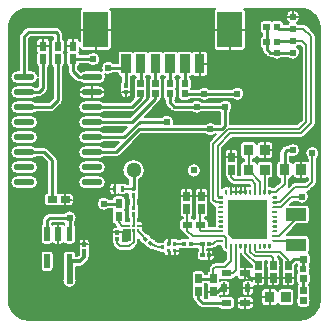
<source format=gtl>
G04 Layer: TopLayer*
G04 EasyEDA Pro v1.7.31.78bc6e, 2022-08-09 17:47:50*
G04 Gerber Generator version 0.3*
G04 Scale: 100 percent, Rotated: No, Reflected: No*
G04 Dimensions in millimeters*
G04 Leading zeros omitted, absolute positions, 3 integers and 3 decimals*
%FSLAX33Y33*%
%MOMM*%
%ADD999C,0.2032*%
%ADD10C,0.2032*%
%ADD11C,0.00508*%
%ADD12C,0.6096*%
%ADD13O,1.745005X0.559994*%
%ADD14C,0.610001*%
%ADD15C,1.2954*%
%ADD16C,1.397*%
%ADD17C,0.2572*%
%ADD18C,0.254*%
%ADD19C,0.32512*%
%ADD20C,0.49022*%
G75*


G04 Copper Start*
G36*
G01X26820Y2203D02*
G02X25102Y485I-1718J0D01*
G01X2152D01*
G02X483Y1799I0J1718D01*
G01Y25557D01*
G02X1748Y26822I1669J-404D01*
G01X6597D01*
G03X6468Y26572I178J-250D01*
G01Y24101D01*
G03X6164Y24361I-304J-47D01*
G01X5624D01*
G03X5316Y24054I0J-307D01*
G01Y23264D01*
G03X5356Y23114I307J0D01*
G03X5316Y22964I268J-150D01*
G01Y22174D01*
G03X5459Y21914I307J0D01*
G01Y21538D01*
G03X5587Y21231I434J0D01*
G01X6091Y20727D01*
G03X6398Y20600I307J307D01*
G01X6523D01*
G03X6918Y20447I395J434D01*
G01X8103D01*
G03X8691Y21034I0J587D01*
G03X8633Y21288I-587J0D01*
G03X8890Y21232I257J556D01*
G03X9322Y21410I0J612D01*
G01X9668D01*
G01Y21372D01*
G03X9941Y21067I307J0D01*
G01Y20667D01*
G03X9906Y20525I272J-142D01*
G01Y20156D01*
G03X9920Y20066I307J0D01*
G03X9906Y19976I294J-90D01*
G01Y19607D01*
G03X10213Y19300I307J0D01*
G01X10537D01*
G03X10845Y19607I0J307D01*
G01Y19976D01*
G03X10831Y20066I-307J0D01*
G03X10845Y20156I-294J90D01*
G01Y20525D01*
G03X10810Y20667I-307J0D01*
G01Y21067D01*
G03X11000Y21163I-34J305D01*
G03X11191Y21067I225J209D01*
G01Y21041D01*
G03X11048Y20782I165J-260D01*
G01Y20216D01*
G03X11087Y20066I307J0D01*
G03X11048Y19916I268J-150D01*
G01Y19350D01*
G03X11054Y19289I307J0D01*
G01X10694Y18928D01*
G01X8499D01*
G03X8103Y19081I-395J-434D01*
G01X6918D01*
G03X6331Y18494I0J-587D01*
G03X6918Y17907I587J0D01*
G01X8103D01*
G03X8499Y18060I0J587D01*
G01X10874D01*
G03X11181Y18187I0J434D01*
G01X11933Y18938D01*
G03X12023Y19071I-307J307D01*
G03X12203Y19350I-128J280D01*
G01Y19916D01*
G03X12164Y20066I-307J0D01*
G03X12203Y20216I-268J150D01*
G01Y20782D01*
G03X12060Y21042I-307J0D01*
G01Y21067D01*
G03X12250Y21163I-34J305D01*
G03X12441Y21067I225J209D01*
G01Y21041D01*
G03X12298Y20782I164J-260D01*
G01Y20216D01*
G03X12337Y20066I307J0D01*
G03X12298Y19916I268J-150D01*
G01Y19350D01*
G03X12308Y19272I307J0D01*
G01X10694Y17658D01*
G01X8499D01*
G03X8103Y17811I-395J-434D01*
G01X6918D01*
G03X6331Y17224I0J-587D01*
G03X6918Y16637I587J0D01*
G01X8103D01*
G03X8499Y16790I0J587D01*
G01X10460D01*
G01X10059Y16388D01*
G01X8499D01*
G03X8103Y16541I-395J-434D01*
G01X6918D01*
G03X6331Y15954I0J-587D01*
G03X6918Y15367I587J0D01*
G01X8103D01*
G03X8499Y15520I0J587D01*
G01X9765D01*
G01X9364Y15118D01*
G01X8499D01*
G03X8103Y15271I-395J-434D01*
G01X6918D01*
G03X6331Y14684I0J-587D01*
G03X6918Y14097I587J0D01*
G01X8103D01*
G03X8499Y14250I0J587D01*
G01X9544D01*
G03X9851Y14377I0J434D01*
G01X11677Y16203D01*
G01X17094D01*
G03X17526Y16025I432J434D01*
G03X17958Y16203I0J612D01*
G01X18037D01*
G01X17491Y15656D01*
G03X17371Y15367I289J-289D01*
G01Y10668D01*
G03X17491Y10379I409J0D01*
G01X17719Y10150D01*
G03X17904Y10044I289J289D01*
G01Y9982D01*
G03X17939Y9830I358J0D01*
G03X17904Y9677I324J-152D01*
G01Y9576D01*
G03X17939Y9423I358J0D01*
G03X17904Y9271I324J-152D01*
G01Y9169D01*
G03X17939Y9017I358J0D01*
G03X17904Y8865I324J-152D01*
G01Y8763D01*
G03X17939Y8611I358J0D01*
G03X17904Y8458I324J-152D01*
G01Y8410D01*
G01X17376D01*
G01Y8779D01*
G03X17083Y9086I-307J0D01*
G01Y9170D01*
G03X17341Y9474I-49J303D01*
G01Y10264D01*
G03X17302Y10414I-307J0D01*
G03X17341Y10564I-268J150D01*
G01Y11354D01*
G03X17034Y11661I-307J0D01*
G01X16494D01*
G03X16187Y11354I0J-307D01*
G01Y10564D01*
G03X16226Y10414I307J0D01*
G03X16187Y10264I268J-150D01*
G01Y9474D01*
G03X16265Y9269I307J0D01*
G01Y9086D01*
G03X16129Y9047I14J-307D01*
G03X15993Y9086I-150J-268D01*
G01Y9269D01*
G03X16071Y9474I-229J205D01*
G01Y10264D01*
G03X16032Y10414I-307J0D01*
G03X16071Y10564I-268J150D01*
G01Y11354D01*
G03X15764Y11661I-307J0D01*
G01X15224D01*
G03X14917Y11354I0J-307D01*
G01Y10564D01*
G03X14956Y10414I307J0D01*
G03X14917Y10264I268J-150D01*
G01Y9474D01*
G03X15175Y9170I307J0D01*
G01Y9086D01*
G03X14882Y8779I14J-307D01*
G01Y8239D01*
G03X15189Y7932I307J0D01*
G03X15295Y7749I395J106D01*
G01X15642Y7401D01*
G03X15589Y7390I37J-305D01*
G03X15499Y7404I-90J-294D01*
G01X15131D01*
G03X14949Y7344I0J-307D01*
G01X14835D01*
G03X14651Y7405I-184J-246D01*
G01X14351D01*
G03X14249Y7387I0J-307D01*
G03X14146Y7405I-103J-290D01*
G01X13846D01*
G03X13539Y7117I0J-307D01*
G01X13339D01*
G03X13177Y7070I0J-307D01*
G02X12962Y7138I196J995D01*
G03X12893Y7220I-266J-153D01*
G01X12611Y7457D01*
G03X12533Y7504I-198J-235D01*
G03X12473Y7573I-258J-167D01*
G01X12191Y7809D01*
G03X12004Y7881I-198J-235D01*
G02X11833Y8114I916J851D01*
G01Y8155D01*
G03X11816Y8255I-307J0D01*
G03X11833Y8355I-291J100D01*
G01Y8556D01*
G03X11525Y8863I-307J0D01*
G01X11433D01*
G01Y9061D01*
G03X11493Y9244I-247J183D01*
G01Y9613D01*
G03X11479Y9703I-307J0D01*
G03X11493Y9793I-294J90D01*
G01Y10161D01*
G03X11433Y10344I-307J0D01*
G01Y10661D01*
G03X11493Y10844I-247J183D01*
G01Y11213D01*
G03X11479Y11303I-307J0D01*
G03X11493Y11393I-294J90D01*
G01Y11762D01*
G03X11458Y11904I-307J0D01*
G01Y12294D01*
G03X11979Y13145I-434J851D01*
G03X11024Y14100I-955J0D01*
G03X10069Y13145I0J-955D01*
G03X10589Y12294I955J0D01*
G01Y11986D01*
G01X10459D01*
G03X10213Y12109I-246J-184D01*
G01X9934D01*
G03X9744Y12043I0J-307D01*
G03X9553Y12109I-190J-241D01*
G01X9274D01*
G03X8966Y11802I0J-307D01*
G01Y11353D01*
G03X9274Y11045I307J0D01*
G01X9553D01*
G03X9744Y11111I0J307D01*
G03X9934Y11045I191J241D01*
G01X10213D01*
G03X10459Y11168I0J307D01*
G01X10554D01*
G01Y10844D01*
G03X10615Y10661I307J0D01*
G01Y10344D01*
G03X10554Y10161I247J-183D01*
G01Y9793D01*
G03X10568Y9703I307J0D01*
G03X10554Y9613I294J-90D01*
G01Y9244D01*
G03X10615Y9061I307J0D01*
G01Y8865D01*
G01X10356D01*
G01Y9629D01*
G03X10317Y9779I-307J0D01*
G03X10356Y9929I-268J150D01*
G01Y10719D01*
G03X10049Y11026I-307J0D01*
G01X9509D01*
G03X9204Y10758I0J-307D01*
G01X8941D01*
G03X8509Y10936I-432J-434D01*
G03X7897Y10324I0J-612D01*
G03X8509Y9712I612J0D01*
G03X8941Y9890I0J612D01*
G01X9204D01*
G03X9241Y9779I305J39D01*
G03X9202Y9629I268J-150D01*
G01Y8839D01*
G03X9436Y8540I307J0D01*
G03X9490Y8474I343J223D01*
G01X9578Y8386D01*
G01X9490D01*
G03X9183Y8079I0J-307D01*
G01Y7710D01*
G03X9196Y7620I307J0D01*
G03X9183Y7530I294J-90D01*
G01Y7161D01*
G03X9243Y6978I307J0D01*
G03X9363Y6696I409J7D01*
G01X9617Y6442D01*
G03X9906Y6322I289J289D01*
G01X10668D01*
G03X10957Y6442I0J409D01*
G01X11313Y6797D01*
G03X11433Y7087I-289J289D01*
G01Y7295D01*
G03X11491Y7237I1487J1438D01*
G03X11587Y7090I294J89D01*
G01X11870Y6854D01*
G03X11947Y6806I198J235D01*
G03X12008Y6738I258J167D01*
G01X12290Y6501D01*
G03X12488Y6429I198J235D01*
G03X12540Y6433I0J307D01*
G03X13144Y6248I833J1632D01*
G03X13339Y6177I196J237D01*
G01X13539D01*
G03X13846Y5889I307J19D01*
G01X14146D01*
G03X14249Y5907I0J307D01*
G03X14351Y5889I103J290D01*
G01X14651D01*
G03X14959Y6197I0J307D01*
G01Y6518D01*
G03X15131Y6465I172J255D01*
G01X15499D01*
G03X15589Y6478I0J307D01*
G03X15680Y6465I90J294D01*
G01X16048D01*
G03X16231Y6525I0J307D01*
G01X16462D01*
G01Y6341D01*
G03X16379Y6131I225J-210D01*
G01Y5807D01*
G03X16686Y5500I307J0D01*
G01X17055D01*
G03X17145Y5513I0J307D01*
G03X17235Y5500I90J294D01*
G01X17604D01*
G03X17911Y5807I0J307D01*
G01Y6131D01*
G03X17604Y6438I-307J0D01*
G01X17280D01*
G01Y6465D01*
G01X17604D01*
G03X17793Y6530I0J307D01*
G03X18018Y6645I-64J404D01*
G01X18153Y6779D01*
G01X18263D01*
G01X18415D01*
G01X18463D01*
G01Y6731D01*
G01Y6579D01*
G03X18821Y6220I358J0D01*
G01X18870D01*
G01Y5605D01*
G01X18627Y5362D01*
G01X17932D01*
G03X17643Y5242I0J-409D01*
G01X17491Y5090D01*
G03X17371Y4801I289J-289D01*
G01Y4643D01*
G03X17205Y4408I139J-274D01*
G01X17085D01*
G03X16780Y4676I-305J-39D01*
G01X16240D01*
G03X15933Y4369I0J-307D01*
G01Y3579D01*
G03X15972Y3429I307J0D01*
G03X15933Y3279I268J-150D01*
G01Y2489D01*
G03X16080Y2227I307J0D01*
G03X16203Y1979I430J59D01*
G01X16564Y1618D01*
G03X16871Y1491I307J307D01*
G01X18226D01*
G03X18472Y1368I246J184D01*
G01X19298D01*
G03X19605Y1675I0J307D01*
G01Y2176D01*
G03X19298Y2483I-307J0D01*
G01X18472D01*
G03X18356Y2460I0J-307D01*
G03X18357Y2489I-306J29D01*
G01Y2538D01*
G03X18470Y2517I112J286D01*
G01X18899D01*
G03X19206Y2824I0J307D01*
G01Y3526D01*
G03X18899Y3833I-307J0D01*
G01X18470D01*
G03X18357Y3812I0J-307D01*
G01Y3889D01*
G03X18472Y3867I115J285D01*
G01X19298D01*
G03X19580Y4052I0J307D01*
G03X19700Y4136I-169J372D01*
G01X19765Y4201D01*
G01Y4174D01*
G03X20072Y3867I307J0D01*
G01X20898D01*
G03X21013Y3889I0J307D01*
G01Y3812D01*
G03X20900Y3833I-112J-286D01*
G01X20471D01*
G03X20164Y3526I0J-307D01*
G01Y2824D01*
G03X20471Y2517I307J0D01*
G01X20900D01*
G03X21208Y2824I0J307D01*
G01Y3346D01*
G03X21320Y3325I112J286D01*
G01X21860D01*
G03X22167Y3632I0J307D01*
G01Y4422D01*
G03X22128Y4572I-307J0D01*
G03X22167Y4722I-268J150D01*
G01Y5509D01*
G01X22283D01*
G01Y5321D01*
G03X22248Y5117I577J-204D01*
G03X22283Y4913I612J0D01*
G01Y4722D01*
G03X22322Y4572I307J0D01*
G03X22283Y4422I268J-150D01*
G01Y3632D01*
G03X22590Y3325I307J0D01*
G01X23130D01*
G03X23437Y3632I0J307D01*
G01Y4422D01*
G03X23398Y4572I-307J0D01*
G03X23437Y4722I-268J150D01*
G01Y4913D01*
G03X23472Y5117I-577J204D01*
G03X23437Y5321I-612J0D01*
G01Y5512D01*
G03X23262Y5790I-307J0D01*
G03X23240Y5865I-402J-75D01*
G01X23275D01*
G01X23560Y5580D01*
G03X23553Y5512I300J-67D01*
G01Y4722D01*
G03X23592Y4572I307J0D01*
G03X23553Y4422I268J-150D01*
G01Y3632D01*
G03X23860Y3325I307J0D01*
G01X24400D01*
G03X24707Y3632I0J307D01*
G01Y4422D01*
G03X24668Y4572I-307J0D01*
G03X24707Y4722I-268J150D01*
G01Y5080D01*
G01X24819Y5192D01*
G01X24824D01*
G03X24867Y5127I276J135D01*
G03X24788Y4826I533J-301D01*
G03X24867Y4525I612J0D01*
G03X24793Y4326I234J-200D01*
G01Y3726D01*
G03X24918Y3478I307J0D01*
G03X24823Y3256I212J-223D01*
G01Y2690D01*
G03X24862Y2540I307J0D01*
G03X24823Y2390I268J-150D01*
G01Y2311D01*
G03X24788Y2107I577J-204D01*
G03X24823Y1903I612J0D01*
G01Y1824D01*
G03X25130Y1517I307J0D01*
G01X25237D01*
G03X25400Y1495I163J590D01*
G03X25563Y1517I0J612D01*
G01X25670D01*
G03X25977Y1824I0J307D01*
G01Y1903D01*
G03X26012Y2107I-577J204D01*
G03X25977Y2311I-612J0D01*
G01Y2390D01*
G03X25938Y2540I-307J0D01*
G03X25977Y2690I-268J150D01*
G01Y3256D01*
G03X25882Y3478I-307J0D01*
G03X26007Y3726I-182J248D01*
G01Y4326D01*
G03X25933Y4525I-307J0D01*
G03X26012Y4826I-533J301D01*
G03X25933Y5127I-612J0D01*
G03X26007Y5326I-234J200D01*
G01Y5926D01*
G03X25881Y6174I-307J0D01*
G03X25922Y6328I-266J154D01*
G01Y7377D01*
G03X25615Y7685I-307J0D01*
G01X24011D01*
G01X24898Y8571D01*
G01X25615D01*
G03X25922Y8879I0J307D01*
G01Y9928D01*
G03X25615Y10235I-307J0D01*
G01X24275D01*
G01X24553Y10513D01*
G01X24817D01*
G03X25273Y10310I456J409D01*
G03X25885Y10922I0J612D01*
G03X25732Y11327I-612J0D01*
G03X25994Y11446I-27J408D01*
G01X26451Y11903D01*
G03X26571Y12192I-289J289D01*
G01Y14149D01*
G03X26774Y14605I-409J456D01*
G03X26162Y15217I-612J0D01*
G03X25550Y14605I0J-612D01*
G03X25753Y14149I612J0D01*
G01Y13931D01*
G03X25611Y13965I-142J-273D01*
G01X24811D01*
G03X24511Y13725I0J-307D01*
G03X24245Y13963I-300J-67D01*
G01Y14307D01*
G03X24511Y14247I266J552D01*
G03X25123Y14859I0J612D01*
G03X24511Y15471I-612J0D01*
G03X24079Y15293I0J-612D01*
G01X24003D01*
G03X23696Y15166I0J-434D01*
G01X23504Y14974D01*
G03X23377Y14667I307J-307D01*
G01Y13963D01*
G03X23104Y13658I34J-305D01*
G01Y12758D01*
G03X23402Y12451I307J0D01*
G01Y12169D01*
G01X22945Y11712D01*
G01X22831D01*
G03X22581Y11814I-250J-257D01*
G01X22532D01*
G01Y12469D01*
G01X22563D01*
G03X22870Y12776I0J307D01*
G01Y13640D01*
G03X22563Y13947I-307J0D01*
G01X21763D01*
G03X21463Y13707I0J-307D01*
G03X21172Y13947I-300J-67D01*
G01Y14102D01*
G03X21463Y14342I-9J307D01*
G03X21763Y14102I300J67D01*
G01X22563D01*
G03X22870Y14409I0J307D01*
G01Y15309D01*
G03X22563Y15616I-307J0D01*
G01X21763D01*
G03X21463Y15376I0J-307D01*
G03X21163Y15616I-300J-67D01*
G01X20363D01*
G03X20056Y15309I0J-307D01*
G01Y14409D01*
G03X20354Y14102I307J0D01*
G01Y13947D01*
G03X20056Y13640I9J-307D01*
G01Y12776D01*
G03X20060Y12728I307J0D01*
G01X19878D01*
G03X19881Y12776I-304J48D01*
G01Y13566D01*
G03X19842Y13716I-307J0D01*
G03X19881Y13866I-268J150D01*
G01Y14656D01*
G03X19574Y14963I-307J0D01*
G01X19034D01*
G03X18727Y14656I0J-307D01*
G01Y13866D01*
G03X18766Y13716I307J0D01*
G03X18727Y13566I268J-150D01*
G01Y12776D01*
G03X18902Y12498I307J0D01*
G03X19015Y12284I402J75D01*
G01X19269Y12030D01*
G03X19558Y11910I289J289D01*
G01X20846D01*
G01X20902Y11854D01*
G01Y11814D01*
G01X20853D01*
G03X20701Y11779I0J-358D01*
G03X20549Y11814I-152J-324D01*
G01X20447D01*
G03X20295Y11779I0J-358D01*
G03X20142Y11814I-152J-324D01*
G01X20041D01*
G03X19888Y11779I0J-358D01*
G03X19736Y11814I-152J-324D01*
G01X19634D01*
G03X19482Y11779I0J-358D01*
G03X19329Y11814I-152J-324D01*
G01X19228D01*
G03X19075Y11779I0J-358D01*
G03X18923Y11814I-152J-324D01*
G01X18821D01*
G03X18545Y11683I0J-358D01*
G01Y15050D01*
G01X19367Y15872D01*
G01X25171D01*
G03X25461Y15992I0J409D01*
G01X26324Y16856D01*
G03X26444Y17145I-289J289D01*
G01Y24511D01*
G03X26324Y24800I-409J0D01*
G01X25689Y25435D01*
G03X25400Y25555I-289J-289D01*
G01X24967D01*
G03X24853Y25654I-456J-409D01*
G03X25123Y26162I-342J508D01*
G03X24511Y26774I-612J0D01*
G03X23899Y26162I0J-612D01*
G03X24169Y25654I612J0D01*
G03X24080Y25580I342J-508D01*
G01X23754D01*
G03X23449Y25850I-305J-37D01*
G01X22883D01*
G03X22733Y25811I0J-307D01*
G03X22583Y25850I-150J-268D01*
G01X22017D01*
G03X21710Y25543I0J-307D01*
G01Y25003D01*
G03X21866Y24736I307J0D01*
G01Y24540D01*
G03X21710Y24273I152J-267D01*
G01Y23733D01*
G03X21866Y23466I307J0D01*
G01Y23420D01*
G03X21993Y23113I434J0D01*
G01X22299Y22807D01*
G03X22606Y22680I307J307D01*
G01X22733D01*
G03X23165Y22502I432J434D01*
G03X23596Y22680I0J612D01*
G01X24080D01*
G03X24511Y22502I431J434D01*
G03X25123Y23114I0J612D01*
G03X24853Y23622I-612J0D01*
G03X24967Y23721I-342J508D01*
G01X25104D01*
G01X25245Y23580D01*
G01Y17436D01*
G01X24855Y17046D01*
G01X19230D01*
G01Y18110D01*
G03X19408Y18542I-434J432D01*
G03X18796Y19154I-612J0D01*
G03X18364Y18976I0J-612D01*
G01X16814D01*
G03X16383Y19154I-431J-434D01*
G03X15952Y18976I0J-612D01*
G01X14658D01*
G01X14539Y19095D01*
G03X14674Y19350I-172J255D01*
G01Y19916D01*
G03X14635Y20066I-307J0D01*
G03X14674Y20216I-268J150D01*
G01Y20782D01*
G03X14560Y21021I-307J0D01*
G01Y21067D01*
G03X14750Y21163I-34J305D01*
G03X14941Y21067I225J209D01*
G01Y21046D01*
G03X14790Y20782I156J-265D01*
G01Y20216D01*
G03X14829Y20066I307J0D01*
G03X14790Y19916I268J-150D01*
G01Y19350D01*
G03X15097Y19043I307J0D01*
G01X15637D01*
G03X15905Y19200I0J307D01*
G01X16587D01*
G03X17018Y19022I431J434D01*
G03X17449Y19200I0J612D01*
G01X19380D01*
G03X19812Y19022I432J434D01*
G03X20424Y19634I0J612D01*
G03X19812Y20247I-612J0D01*
G03X19380Y20069I0J-612D01*
G01X17449D01*
G03X17018Y20246I-431J-434D01*
G03X16587Y20069I0J-612D01*
G01X15907D01*
G03X15944Y20216I-270J147D01*
G01Y20782D01*
G03X15810Y21036I-307J0D01*
G01Y21067D01*
G03X16000Y21163I-34J305D01*
G03X16225Y21065I225J209D01*
G01X17025D01*
G03X17333Y21372I0J307D01*
G01Y22972D01*
G03X17025Y23279I-307J0D01*
G01X16225D01*
G03X16000Y23181I0J-307D01*
G03X15775Y23279I-225J-209D01*
G01X14975D01*
G03X14750Y23181I0J-307D01*
G03X14525Y23279I-225J-209D01*
G01X13725D01*
G03X13500Y23181I0J-307D01*
G03X13275Y23279I-225J-209D01*
G01X12475D01*
G03X12250Y23181I0J-307D01*
G03X12025Y23279I-225J-209D01*
G01X11225D01*
G03X11000Y23181I0J-307D01*
G03X10775Y23279I-225J-209D01*
G01X9975D01*
G03X9668Y22972I0J-307D01*
G01Y22278D01*
G01X9322D01*
G03X8890Y22456I-432J-434D01*
G03X8278Y21844I0J-612D01*
G03X8342Y21571I612J0D01*
G03X8103Y21621I-239J-537D01*
G01X6918D01*
G03X6553Y21494I0J-587D01*
G01X6328Y21718D01*
G01Y21914D01*
G03X6469Y22135I-164J260D01*
G01X7187D01*
G03X7620Y21956I433J433D01*
G03X8232Y22568I0J612D01*
G03X7620Y23180I-612J0D01*
G03X7189Y23003I0J-612D01*
G01X6469D01*
G03X6432Y23114I-305J-39D01*
G03X6471Y23264I-268J150D01*
G01Y23525D01*
G03X6775Y23265I304J47D01*
G01X8875D01*
G03X9182Y23572I0J307D01*
G01Y26572D01*
G03X9053Y26822I-307J0D01*
G01X17947D01*
G03X17818Y26572I178J-250D01*
G01Y23572D01*
G03X18125Y23265I307J0D01*
G01X20225D01*
G03X20533Y23572I0J307D01*
G01Y26572D01*
G03X20403Y26822I-307J0D01*
G01X25506D01*
G02X26820Y25153I-404J-1669D01*
G01Y2203D01*
G37*
%LPC*%
G36*
G01X586Y18494D02*
G03X1173Y17907I587J0D01*
G01X2358D01*
G03X2754Y18060I0J587D01*
G01X4016D01*
G03X4323Y18187I0J434D01*
G01X4918Y18782D01*
G03X5045Y19089I-307J307D01*
G01Y21914D01*
G03X5188Y22174I-164J260D01*
G01Y22964D01*
G03X5149Y23114I-307J0D01*
G03X5188Y23264I-268J150D01*
G01Y24054D01*
G03X5045Y24314I-307J0D01*
G01Y24726D01*
G03X4918Y25033I-434J0D01*
G01X4752Y25199D01*
G03X4445Y25326I-307J-307D01*
G01X2159D01*
G03X1852Y25199I0J-434D01*
G01X1459Y24806D01*
G03X1331Y24499I307J-307D01*
G01Y21621D01*
G01X1173D01*
G03X586Y21034I0J-587D01*
G03X1173Y20447I587J0D01*
G01X2358D01*
G03X2932Y20909I0J587D01*
G01Y20310D01*
G01X2820Y20198D01*
G01X2754D01*
G03X2358Y20351I-395J-434D01*
G01X1173D01*
G03X586Y19764I0J-587D01*
G03X1173Y19177I587J0D01*
G01X2358D01*
G03X2754Y19330I0J587D01*
G01X3000D01*
G03X3307Y19457I0J434D01*
G01X3674Y19823D01*
G03X3801Y20131I-307J307D01*
G01Y21914D01*
G03X3944Y22174I-164J260D01*
G01Y22964D01*
G03X3905Y23114I-307J0D01*
G03X3944Y23264I-268J150D01*
G01Y24054D01*
G03X3637Y24361I-307J0D01*
G01X3097D01*
G03X2789Y24054I0J-307D01*
G01Y23264D01*
G03X2828Y23114I307J0D01*
G03X2789Y22964I268J-150D01*
G01Y22174D01*
G03X2932Y21914I307J0D01*
G01Y21159D01*
G03X2358Y21621I-574J-125D01*
G01X2200D01*
G01Y24319D01*
G01X2339Y24458D01*
G01X4177D01*
G01Y24314D01*
G03X4034Y24054I164J-260D01*
G01Y23264D01*
G03X4073Y23114I307J0D01*
G03X4034Y22964I268J-150D01*
G01Y22174D01*
G03X4177Y21914I307J0D01*
G01Y19269D01*
G01X3836Y18928D01*
G01X2754D01*
G03X2358Y19081I-395J-434D01*
G01X1173D01*
G03X586Y18494I0J-587D01*
G37*
G36*
G01X5639Y10091D02*
G03X5946Y10398I0J307D01*
G01Y10938D01*
G03X5639Y11245I-307J0D01*
G01X4849D01*
G03X4699Y11206I0J-307D01*
G03X4588Y11243I-150J-268D01*
G01Y14007D01*
G03X4461Y14314I-434J0D01*
G01X3784Y14991D01*
G03X3477Y15118I-307J-307D01*
G01X2754D01*
G03X2358Y15271I-395J-434D01*
G01X1173D01*
G03X586Y14684I0J-587D01*
G03X1173Y14097I587J0D01*
G01X2358D01*
G03X2754Y14250I0J587D01*
G01X3297D01*
G01X3720Y13827D01*
G01Y11243D01*
G03X3452Y10938I39J-305D01*
G01Y10398D01*
G03X3759Y10091I307J0D01*
G01X4549D01*
G03X4699Y10130I0J307D01*
G03X4849Y10091I150J268D01*
G01X5639D01*
G37*
G36*
G01X4988Y3810D02*
G03X5601Y3198I612J0D01*
G03X6213Y3810I0J612D01*
G03X6154Y4072I-612J0D01*
G01Y4980D01*
G01X6466D01*
G03X6799Y5118I0J470D01*
G01X7171Y5490D01*
G03X7308Y5822I-332J332D01*
G01Y6330D01*
G01Y6353D01*
G01Y6514D01*
G03X7294Y6604I-307J0D01*
G03X7308Y6694I-294J90D01*
G01Y7063D01*
G03X7000Y7370I-307J0D01*
G01X6676D01*
G03X6369Y7063I0J-307D01*
G01Y6694D01*
G03X6383Y6604I307J0D01*
G03X6369Y6514I294J-90D01*
G01Y6353D01*
G01Y6330D01*
G01Y6017D01*
G01X6272Y5920D01*
G01X6154D01*
G01Y6038D01*
G03X5847Y6345I-307J0D01*
G01X5357D01*
G03X5049Y6038I0J-307D01*
G01Y5462D01*
G01Y5450D01*
G01Y4076D01*
G03X4988Y3810I552J-266D01*
G37*
G36*
G01X4897Y6872D02*
G03X5127Y6975I0J307D01*
G03X5357Y6872I230J204D01*
G01X5847D01*
G03X6154Y7179I0J307D01*
G01Y8336D01*
G03X6036Y8578I-307J0D01*
G01Y8712D01*
G03X6214Y9144I-434J432D01*
G03X5602Y9756I-612J0D01*
G03X5170Y9578I0J-612D01*
G01X3937D01*
G03X3630Y9451I0J-434D01*
G01X3395Y9216D01*
G03X3267Y8909I307J-307D01*
G01Y8578D01*
G03X3149Y8336I189J-242D01*
G01Y7179D01*
G03X3457Y6872I307J0D01*
G01X3947D01*
G03X4177Y6975I0J307D01*
G03X4407Y6872I230J204D01*
G01X4897D01*
G37*
G36*
G01X22941Y1656D02*
G03X23241Y1896I0J307D01*
G03X23541Y1656I300J67D01*
G01X24341D01*
G03X24648Y1963I0J307D01*
G01Y2863D01*
G03X24341Y3170I-307J0D01*
G01X23541D01*
G03X23241Y2930I0J-307D01*
G03X22941Y3170I-300J-67D01*
G01X22141D01*
G03X21834Y2863I0J-307D01*
G01Y1963D01*
G03X22141Y1656I307J0D01*
G01X22941D01*
G37*
G36*
G01X2358Y15367D02*
G03X2946Y15954I0J587D01*
G03X2358Y16541I-587J0D01*
G01X1173D01*
G03X586Y15954I0J-587D01*
G03X1173Y15367I587J0D01*
G01X2358D01*
G37*
G36*
G01X6331Y12144D02*
G03X6918Y11557I587J0D01*
G01X8103D01*
G03X8691Y12144I0J587D01*
G03X8103Y12731I-587J0D01*
G01X6918D01*
G03X6331Y12144I0J-587D01*
G37*
G36*
G01X586Y12144D02*
G03X1173Y11557I587J0D01*
G01X2358D01*
G03X2946Y12144I0J587D01*
G03X2358Y12731I-587J0D01*
G01X1173D01*
G03X586Y12144I0J-587D01*
G37*
G36*
G01X8103Y19177D02*
G03X8691Y19764I0J587D01*
G03X8103Y20351I-587J0D01*
G01X6918D01*
G03X6331Y19764I0J-587D01*
G03X6918Y19177I587J0D01*
G01X8103D01*
G37*
G36*
G01X6331Y13414D02*
G03X6918Y12827I587J0D01*
G01X8103D01*
G03X8691Y13414I0J587D01*
G03X8103Y14001I-587J0D01*
G01X6918D01*
G03X6331Y13414I0J-587D01*
G37*
G36*
G01X2358Y12827D02*
G03X2946Y13414I0J587D01*
G03X2358Y14001I-587J0D01*
G01X1173D01*
G03X586Y13414I0J-587D01*
G03X1173Y12827I587J0D01*
G01X2358D01*
G37*
G36*
G01X586Y17224D02*
G03X1173Y16637I587J0D01*
G01X2358D01*
G03X2946Y17224I0J587D01*
G03X2358Y17811I-587J0D01*
G01X1173D01*
G03X586Y17224I0J-587D01*
G37*
G36*
G01X3947Y4555D02*
G03X4254Y4863I0J307D01*
G01Y6038D01*
G03X3947Y6345I-307J0D01*
G01X3457D01*
G03X3149Y6038I0J-307D01*
G01Y4863D01*
G03X3457Y4555I307J0D01*
G01X3947D01*
G37*
G36*
G01X20898Y1368D02*
G03X21205Y1675I0J307D01*
G01Y2176D01*
G03X20898Y2483I-307J0D01*
G01X20072D01*
G03X19765Y2176I0J-307D01*
G01Y1675D01*
G03X20072Y1368I307J0D01*
G01X20898D01*
G37*
G36*
G01X16129Y12532D02*
G03X16741Y13145I0J612D01*
G03X16129Y13757I-612J0D01*
G03X15517Y13145I0J-612D01*
G03X16129Y12532I612J0D01*
G37*
%LPD*%
G36*
G01X5127Y8540D02*
G03X4897Y8644I-230J-204D01*
G01X4407D01*
G03X4177Y8540I0J-307D01*
G03X4136Y8578I-230J-204D01*
G01Y8710D01*
G01X5167D01*
G01Y8578D01*
G03X5127Y8540I189J-242D01*
G37*
G36*
G01X10121Y7140D02*
G01X10121Y7161D01*
G01Y7530D01*
G03X10108Y7620I-307J0D01*
G03X10121Y7710I-294J90D01*
G01Y8047D01*
G01X10217D01*
G01Y7954D01*
G03X10524Y7647I307J0D01*
G01X10615D01*
G01Y7256D01*
G01X10499Y7140D01*
G01X10121D01*
G37*
G36*
G01X14422Y17071D02*
G03X14455Y17272I-579J201D01*
G03X13843Y17884I-612J0D01*
G03X13411Y17706I0J-612D01*
G01X11971D01*
G01X13182Y18918D01*
G03X13283Y19076I-307J307D01*
G03X13453Y19350I-138J275D01*
G01Y19916D01*
G03X13414Y20066I-307J0D01*
G03X13453Y20216I-268J150D01*
G01Y20782D01*
G03X13310Y21041I-307J0D01*
G01Y21067D01*
G03X13500Y21163I-34J305D01*
G03X13691Y21067I225J209D01*
G01Y21057D01*
G03X13520Y20782I136J-276D01*
G01Y20216D01*
G03X13559Y20066I307J0D01*
G03X13520Y19916I268J-150D01*
G01Y19350D01*
G03X13663Y19091I307J0D01*
G01Y18923D01*
G03X13790Y18616I434J0D01*
G01X14171Y18235D01*
G03X14478Y18108I307J307D01*
G01X15952D01*
G03X16383Y17930I431J434D01*
G03X16814Y18108I0J612D01*
G01X18362D01*
G01Y17102D01*
G01X18331Y17071D01*
G01X17958D01*
G03X17526Y17249I-432J-434D01*
G03X17094Y17071I0J-612D01*
G01X14422D01*
G37*
G36*
G01X17203Y2489D02*
G03X17231Y2360I307J0D01*
G01X17059D01*
G03X17087Y2489I-279J129D01*
G01Y3279D01*
G03X17048Y3429I-307J0D01*
G03X17085Y3540I-268J150D01*
G01X17205D01*
G03X17242Y3429I305J39D01*
G03X17203Y3279I268J-150D01*
G01Y2489D01*
G37*
G36*
G01X21013Y4960D02*
G03X20898Y4982I-115J-285D01*
G01X20094D01*
G01Y6118D01*
G03X20209Y5893I404J64D01*
G01X21013Y5089D01*
G01Y4960D01*
G37*
G36*
G01X24156Y11780D02*
G03X24220Y12000I-345J220D01*
G01Y12451D01*
G03X24511Y12691I-9J307D01*
G03X24811Y12451I300J67D01*
G01X25611D01*
G03X25753Y12485I0J307D01*
G01Y12361D01*
G01X25536Y12144D01*
G01X24689D01*
G03X24400Y12024I0J-409D01*
G01X24156Y11780D01*
G37*
G54D999*
G01X26820Y2203D02*
G02X25102Y485I-1718J0D01*
G01X2152D01*
G02X483Y1799I0J1718D01*
G01Y25557D01*
G02X1748Y26822I1669J-404D01*
G01X6597D01*
G03X6468Y26572I178J-250D01*
G01Y24101D01*
G03X6164Y24361I-304J-47D01*
G01X5624D01*
G03X5316Y24054I0J-307D01*
G01Y23264D01*
G03X5356Y23114I307J0D01*
G03X5316Y22964I268J-150D01*
G01Y22174D01*
G03X5459Y21914I307J0D01*
G01Y21538D01*
G03X5587Y21231I434J0D01*
G01X6091Y20727D01*
G03X6398Y20600I307J307D01*
G01X6523D01*
G03X6918Y20447I395J434D01*
G01X8103D01*
G03X8691Y21034I0J587D01*
G03X8633Y21288I-587J0D01*
G03X8890Y21232I257J556D01*
G03X9322Y21410I0J612D01*
G01X9668D01*
G01Y21372D01*
G03X9941Y21067I307J0D01*
G01Y20667D01*
G03X9906Y20525I272J-142D01*
G01Y20156D01*
G03X9920Y20066I307J0D01*
G03X9906Y19976I294J-90D01*
G01Y19607D01*
G03X10213Y19300I307J0D01*
G01X10537D01*
G03X10845Y19607I0J307D01*
G01Y19976D01*
G03X10831Y20066I-307J0D01*
G03X10845Y20156I-294J90D01*
G01Y20525D01*
G03X10810Y20667I-307J0D01*
G01Y21067D01*
G03X11000Y21163I-34J305D01*
G03X11191Y21067I225J209D01*
G01Y21041D01*
G03X11048Y20782I165J-260D01*
G01Y20216D01*
G03X11087Y20066I307J0D01*
G03X11048Y19916I268J-150D01*
G01Y19350D01*
G03X11054Y19289I307J0D01*
G01X10694Y18928D01*
G01X8499D01*
G03X8103Y19081I-395J-434D01*
G01X6918D01*
G03X6331Y18494I0J-587D01*
G03X6918Y17907I587J0D01*
G01X8103D01*
G03X8499Y18060I0J587D01*
G01X10874D01*
G03X11181Y18187I0J434D01*
G01X11933Y18938D01*
G03X12023Y19071I-307J307D01*
G03X12203Y19350I-128J280D01*
G01Y19916D01*
G03X12164Y20066I-307J0D01*
G03X12203Y20216I-268J150D01*
G01Y20782D01*
G03X12060Y21042I-307J0D01*
G01Y21067D01*
G03X12250Y21163I-34J305D01*
G03X12441Y21067I225J209D01*
G01Y21041D01*
G03X12298Y20782I164J-260D01*
G01Y20216D01*
G03X12337Y20066I307J0D01*
G03X12298Y19916I268J-150D01*
G01Y19350D01*
G03X12308Y19272I307J0D01*
G01X10694Y17658D01*
G01X8499D01*
G03X8103Y17811I-395J-434D01*
G01X6918D01*
G03X6331Y17224I0J-587D01*
G03X6918Y16637I587J0D01*
G01X8103D01*
G03X8499Y16790I0J587D01*
G01X10460D01*
G01X10059Y16388D01*
G01X8499D01*
G03X8103Y16541I-395J-434D01*
G01X6918D01*
G03X6331Y15954I0J-587D01*
G03X6918Y15367I587J0D01*
G01X8103D01*
G03X8499Y15520I0J587D01*
G01X9765D01*
G01X9364Y15118D01*
G01X8499D01*
G03X8103Y15271I-395J-434D01*
G01X6918D01*
G03X6331Y14684I0J-587D01*
G03X6918Y14097I587J0D01*
G01X8103D01*
G03X8499Y14250I0J587D01*
G01X9544D01*
G03X9851Y14377I0J434D01*
G01X11677Y16203D01*
G01X17094D01*
G03X17526Y16025I432J434D01*
G03X17958Y16203I0J612D01*
G01X18037D01*
G01X17491Y15656D01*
G03X17371Y15367I289J-289D01*
G01Y10668D01*
G03X17491Y10379I409J0D01*
G01X17719Y10150D01*
G03X17904Y10044I289J289D01*
G01Y9982D01*
G03X17939Y9830I358J0D01*
G03X17904Y9677I324J-152D01*
G01Y9576D01*
G03X17939Y9423I358J0D01*
G03X17904Y9271I324J-152D01*
G01Y9169D01*
G03X17939Y9017I358J0D01*
G03X17904Y8865I324J-152D01*
G01Y8763D01*
G03X17939Y8611I358J0D01*
G03X17904Y8458I324J-152D01*
G01Y8410D01*
G01X17376D01*
G01Y8779D01*
G03X17083Y9086I-307J0D01*
G01Y9170D01*
G03X17341Y9474I-49J303D01*
G01Y10264D01*
G03X17302Y10414I-307J0D01*
G03X17341Y10564I-268J150D01*
G01Y11354D01*
G03X17034Y11661I-307J0D01*
G01X16494D01*
G03X16187Y11354I0J-307D01*
G01Y10564D01*
G03X16226Y10414I307J0D01*
G03X16187Y10264I268J-150D01*
G01Y9474D01*
G03X16265Y9269I307J0D01*
G01Y9086D01*
G03X16129Y9047I14J-307D01*
G03X15993Y9086I-150J-268D01*
G01Y9269D01*
G03X16071Y9474I-229J205D01*
G01Y10264D01*
G03X16032Y10414I-307J0D01*
G03X16071Y10564I-268J150D01*
G01Y11354D01*
G03X15764Y11661I-307J0D01*
G01X15224D01*
G03X14917Y11354I0J-307D01*
G01Y10564D01*
G03X14956Y10414I307J0D01*
G03X14917Y10264I268J-150D01*
G01Y9474D01*
G03X15175Y9170I307J0D01*
G01Y9086D01*
G03X14882Y8779I14J-307D01*
G01Y8239D01*
G03X15189Y7932I307J0D01*
G03X15295Y7749I395J106D01*
G01X15642Y7401D01*
G03X15589Y7390I37J-305D01*
G03X15499Y7404I-90J-294D01*
G01X15131D01*
G03X14949Y7344I0J-307D01*
G01X14835D01*
G03X14651Y7405I-184J-246D01*
G01X14351D01*
G03X14249Y7387I0J-307D01*
G03X14146Y7405I-103J-290D01*
G01X13846D01*
G03X13539Y7117I0J-307D01*
G01X13339D01*
G03X13177Y7070I0J-307D01*
G02X12962Y7138I196J995D01*
G03X12893Y7220I-266J-153D01*
G01X12611Y7457D01*
G03X12533Y7504I-198J-235D01*
G03X12473Y7573I-258J-167D01*
G01X12191Y7809D01*
G03X12004Y7881I-198J-235D01*
G02X11833Y8114I916J851D01*
G01Y8155D01*
G03X11816Y8255I-307J0D01*
G03X11833Y8355I-291J100D01*
G01Y8556D01*
G03X11525Y8863I-307J0D01*
G01X11433D01*
G01Y9061D01*
G03X11493Y9244I-247J183D01*
G01Y9613D01*
G03X11479Y9703I-307J0D01*
G03X11493Y9793I-294J90D01*
G01Y10161D01*
G03X11433Y10344I-307J0D01*
G01Y10661D01*
G03X11493Y10844I-247J183D01*
G01Y11213D01*
G03X11479Y11303I-307J0D01*
G03X11493Y11393I-294J90D01*
G01Y11762D01*
G03X11458Y11904I-307J0D01*
G01Y12294D01*
G03X11979Y13145I-434J851D01*
G03X11024Y14100I-955J0D01*
G03X10069Y13145I0J-955D01*
G03X10589Y12294I955J0D01*
G01Y11986D01*
G01X10459D01*
G03X10213Y12109I-246J-184D01*
G01X9934D01*
G03X9744Y12043I0J-307D01*
G03X9553Y12109I-190J-241D01*
G01X9274D01*
G03X8966Y11802I0J-307D01*
G01Y11353D01*
G03X9274Y11045I307J0D01*
G01X9553D01*
G03X9744Y11111I0J307D01*
G03X9934Y11045I191J241D01*
G01X10213D01*
G03X10459Y11168I0J307D01*
G01X10554D01*
G01Y10844D01*
G03X10615Y10661I307J0D01*
G01Y10344D01*
G03X10554Y10161I247J-183D01*
G01Y9793D01*
G03X10568Y9703I307J0D01*
G03X10554Y9613I294J-90D01*
G01Y9244D01*
G03X10615Y9061I307J0D01*
G01Y8865D01*
G01X10356D01*
G01Y9629D01*
G03X10317Y9779I-307J0D01*
G03X10356Y9929I-268J150D01*
G01Y10719D01*
G03X10049Y11026I-307J0D01*
G01X9509D01*
G03X9204Y10758I0J-307D01*
G01X8941D01*
G03X8509Y10936I-432J-434D01*
G03X7897Y10324I0J-612D01*
G03X8509Y9712I612J0D01*
G03X8941Y9890I0J612D01*
G01X9204D01*
G03X9241Y9779I305J39D01*
G03X9202Y9629I268J-150D01*
G01Y8839D01*
G03X9436Y8540I307J0D01*
G03X9490Y8474I343J223D01*
G01X9578Y8386D01*
G01X9490D01*
G03X9183Y8079I0J-307D01*
G01Y7710D01*
G03X9196Y7620I307J0D01*
G03X9183Y7530I294J-90D01*
G01Y7161D01*
G03X9243Y6978I307J0D01*
G03X9363Y6696I409J7D01*
G01X9617Y6442D01*
G03X9906Y6322I289J289D01*
G01X10668D01*
G03X10957Y6442I0J409D01*
G01X11313Y6797D01*
G03X11433Y7087I-289J289D01*
G01Y7295D01*
G03X11491Y7237I1487J1438D01*
G03X11587Y7090I294J89D01*
G01X11870Y6854D01*
G03X11947Y6806I198J235D01*
G03X12008Y6738I258J167D01*
G01X12290Y6501D01*
G03X12488Y6429I198J235D01*
G03X12540Y6433I0J307D01*
G03X13144Y6248I833J1632D01*
G03X13339Y6177I196J237D01*
G01X13539D01*
G03X13846Y5889I307J19D01*
G01X14146D01*
G03X14249Y5907I0J307D01*
G03X14351Y5889I103J290D01*
G01X14651D01*
G03X14959Y6197I0J307D01*
G01Y6518D01*
G03X15131Y6465I172J255D01*
G01X15499D01*
G03X15589Y6478I0J307D01*
G03X15680Y6465I90J294D01*
G01X16048D01*
G03X16231Y6525I0J307D01*
G01X16462D01*
G01Y6341D01*
G03X16379Y6131I225J-210D01*
G01Y5807D01*
G03X16686Y5500I307J0D01*
G01X17055D01*
G03X17145Y5513I0J307D01*
G03X17235Y5500I90J294D01*
G01X17604D01*
G03X17911Y5807I0J307D01*
G01Y6131D01*
G03X17604Y6438I-307J0D01*
G01X17280D01*
G01Y6465D01*
G01X17604D01*
G03X17793Y6530I0J307D01*
G03X18018Y6645I-64J404D01*
G01X18153Y6779D01*
G01X18263D01*
G01X18415D01*
G01X18463D01*
G01Y6731D01*
G01Y6579D01*
G03X18821Y6220I358J0D01*
G01X18870D01*
G01Y5605D01*
G01X18627Y5362D01*
G01X17932D01*
G03X17643Y5242I0J-409D01*
G01X17491Y5090D01*
G03X17371Y4801I289J-289D01*
G01Y4643D01*
G03X17205Y4408I139J-274D01*
G01X17085D01*
G03X16780Y4676I-305J-39D01*
G01X16240D01*
G03X15933Y4369I0J-307D01*
G01Y3579D01*
G03X15972Y3429I307J0D01*
G03X15933Y3279I268J-150D01*
G01Y2489D01*
G03X16080Y2227I307J0D01*
G03X16203Y1979I430J59D01*
G01X16564Y1618D01*
G03X16871Y1491I307J307D01*
G01X18226D01*
G03X18472Y1368I246J184D01*
G01X19298D01*
G03X19605Y1675I0J307D01*
G01Y2176D01*
G03X19298Y2483I-307J0D01*
G01X18472D01*
G03X18356Y2460I0J-307D01*
G03X18357Y2489I-306J29D01*
G01Y2538D01*
G03X18470Y2517I112J286D01*
G01X18899D01*
G03X19206Y2824I0J307D01*
G01Y3526D01*
G03X18899Y3833I-307J0D01*
G01X18470D01*
G03X18357Y3812I0J-307D01*
G01Y3889D01*
G03X18472Y3867I115J285D01*
G01X19298D01*
G03X19580Y4052I0J307D01*
G03X19700Y4136I-169J372D01*
G01X19765Y4201D01*
G01Y4174D01*
G03X20072Y3867I307J0D01*
G01X20898D01*
G03X21013Y3889I0J307D01*
G01Y3812D01*
G03X20900Y3833I-112J-286D01*
G01X20471D01*
G03X20164Y3526I0J-307D01*
G01Y2824D01*
G03X20471Y2517I307J0D01*
G01X20900D01*
G03X21208Y2824I0J307D01*
G01Y3346D01*
G03X21320Y3325I112J286D01*
G01X21860D01*
G03X22167Y3632I0J307D01*
G01Y4422D01*
G03X22128Y4572I-307J0D01*
G03X22167Y4722I-268J150D01*
G01Y5509D01*
G01X22283D01*
G01Y5321D01*
G03X22248Y5117I577J-204D01*
G03X22283Y4913I612J0D01*
G01Y4722D01*
G03X22322Y4572I307J0D01*
G03X22283Y4422I268J-150D01*
G01Y3632D01*
G03X22590Y3325I307J0D01*
G01X23130D01*
G03X23437Y3632I0J307D01*
G01Y4422D01*
G03X23398Y4572I-307J0D01*
G03X23437Y4722I-268J150D01*
G01Y4913D01*
G03X23472Y5117I-577J204D01*
G03X23437Y5321I-612J0D01*
G01Y5512D01*
G03X23262Y5790I-307J0D01*
G03X23240Y5865I-402J-75D01*
G01X23275D01*
G01X23560Y5580D01*
G03X23553Y5512I300J-67D01*
G01Y4722D01*
G03X23592Y4572I307J0D01*
G03X23553Y4422I268J-150D01*
G01Y3632D01*
G03X23860Y3325I307J0D01*
G01X24400D01*
G03X24707Y3632I0J307D01*
G01Y4422D01*
G03X24668Y4572I-307J0D01*
G03X24707Y4722I-268J150D01*
G01Y5080D01*
G01X24819Y5192D01*
G01X24824D01*
G03X24867Y5127I276J135D01*
G03X24788Y4826I533J-301D01*
G03X24867Y4525I612J0D01*
G03X24793Y4326I234J-200D01*
G01Y3726D01*
G03X24918Y3478I307J0D01*
G03X24823Y3256I212J-223D01*
G01Y2690D01*
G03X24862Y2540I307J0D01*
G03X24823Y2390I268J-150D01*
G01Y2311D01*
G03X24788Y2107I577J-204D01*
G03X24823Y1903I612J0D01*
G01Y1824D01*
G03X25130Y1517I307J0D01*
G01X25237D01*
G03X25400Y1495I163J590D01*
G03X25563Y1517I0J612D01*
G01X25670D01*
G03X25977Y1824I0J307D01*
G01Y1903D01*
G03X26012Y2107I-577J204D01*
G03X25977Y2311I-612J0D01*
G01Y2390D01*
G03X25938Y2540I-307J0D01*
G03X25977Y2690I-268J150D01*
G01Y3256D01*
G03X25882Y3478I-307J0D01*
G03X26007Y3726I-182J248D01*
G01Y4326D01*
G03X25933Y4525I-307J0D01*
G03X26012Y4826I-533J301D01*
G03X25933Y5127I-612J0D01*
G03X26007Y5326I-234J200D01*
G01Y5926D01*
G03X25881Y6174I-307J0D01*
G03X25922Y6328I-266J154D01*
G01Y7377D01*
G03X25615Y7685I-307J0D01*
G01X24011D01*
G01X24898Y8571D01*
G01X25615D01*
G03X25922Y8879I0J307D01*
G01Y9928D01*
G03X25615Y10235I-307J0D01*
G01X24275D01*
G01X24553Y10513D01*
G01X24817D01*
G03X25273Y10310I456J409D01*
G03X25885Y10922I0J612D01*
G03X25732Y11327I-612J0D01*
G03X25994Y11446I-27J408D01*
G01X26451Y11903D01*
G03X26571Y12192I-289J289D01*
G01Y14149D01*
G03X26774Y14605I-409J456D01*
G03X26162Y15217I-612J0D01*
G03X25550Y14605I0J-612D01*
G03X25753Y14149I612J0D01*
G01Y13931D01*
G03X25611Y13965I-142J-273D01*
G01X24811D01*
G03X24511Y13725I0J-307D01*
G03X24245Y13963I-300J-67D01*
G01Y14307D01*
G03X24511Y14247I266J552D01*
G03X25123Y14859I0J612D01*
G03X24511Y15471I-612J0D01*
G03X24079Y15293I0J-612D01*
G01X24003D01*
G03X23696Y15166I0J-434D01*
G01X23504Y14974D01*
G03X23377Y14667I307J-307D01*
G01Y13963D01*
G03X23104Y13658I34J-305D01*
G01Y12758D01*
G03X23402Y12451I307J0D01*
G01Y12169D01*
G01X22945Y11712D01*
G01X22831D01*
G03X22581Y11814I-250J-257D01*
G01X22532D01*
G01Y12469D01*
G01X22563D01*
G03X22870Y12776I0J307D01*
G01Y13640D01*
G03X22563Y13947I-307J0D01*
G01X21763D01*
G03X21463Y13707I0J-307D01*
G03X21172Y13947I-300J-67D01*
G01Y14102D01*
G03X21463Y14342I-9J307D01*
G03X21763Y14102I300J67D01*
G01X22563D01*
G03X22870Y14409I0J307D01*
G01Y15309D01*
G03X22563Y15616I-307J0D01*
G01X21763D01*
G03X21463Y15376I0J-307D01*
G03X21163Y15616I-300J-67D01*
G01X20363D01*
G03X20056Y15309I0J-307D01*
G01Y14409D01*
G03X20354Y14102I307J0D01*
G01Y13947D01*
G03X20056Y13640I9J-307D01*
G01Y12776D01*
G03X20060Y12728I307J0D01*
G01X19878D01*
G03X19881Y12776I-304J48D01*
G01Y13566D01*
G03X19842Y13716I-307J0D01*
G03X19881Y13866I-268J150D01*
G01Y14656D01*
G03X19574Y14963I-307J0D01*
G01X19034D01*
G03X18727Y14656I0J-307D01*
G01Y13866D01*
G03X18766Y13716I307J0D01*
G03X18727Y13566I268J-150D01*
G01Y12776D01*
G03X18902Y12498I307J0D01*
G03X19015Y12284I402J75D01*
G01X19269Y12030D01*
G03X19558Y11910I289J289D01*
G01X20846D01*
G01X20902Y11854D01*
G01Y11814D01*
G01X20853D01*
G03X20701Y11779I0J-358D01*
G03X20549Y11814I-152J-324D01*
G01X20447D01*
G03X20295Y11779I0J-358D01*
G03X20142Y11814I-152J-324D01*
G01X20041D01*
G03X19888Y11779I0J-358D01*
G03X19736Y11814I-152J-324D01*
G01X19634D01*
G03X19482Y11779I0J-358D01*
G03X19329Y11814I-152J-324D01*
G01X19228D01*
G03X19075Y11779I0J-358D01*
G03X18923Y11814I-152J-324D01*
G01X18821D01*
G03X18545Y11683I0J-358D01*
G01Y15050D01*
G01X19367Y15872D01*
G01X25171D01*
G03X25461Y15992I0J409D01*
G01X26324Y16856D01*
G03X26444Y17145I-289J289D01*
G01Y24511D01*
G03X26324Y24800I-409J0D01*
G01X25689Y25435D01*
G03X25400Y25555I-289J-289D01*
G01X24967D01*
G03X24853Y25654I-456J-409D01*
G03X25123Y26162I-342J508D01*
G03X24511Y26774I-612J0D01*
G03X23899Y26162I0J-612D01*
G03X24169Y25654I612J0D01*
G03X24080Y25580I342J-508D01*
G01X23754D01*
G03X23449Y25850I-305J-37D01*
G01X22883D01*
G03X22733Y25811I0J-307D01*
G03X22583Y25850I-150J-268D01*
G01X22017D01*
G03X21710Y25543I0J-307D01*
G01Y25003D01*
G03X21866Y24736I307J0D01*
G01Y24540D01*
G03X21710Y24273I152J-267D01*
G01Y23733D01*
G03X21866Y23466I307J0D01*
G01Y23420D01*
G03X21993Y23113I434J0D01*
G01X22299Y22807D01*
G03X22606Y22680I307J307D01*
G01X22733D01*
G03X23165Y22502I432J434D01*
G03X23596Y22680I0J612D01*
G01X24080D01*
G03X24511Y22502I431J434D01*
G03X25123Y23114I0J612D01*
G03X24853Y23622I-612J0D01*
G03X24967Y23721I-342J508D01*
G01X25104D01*
G01X25245Y23580D01*
G01Y17436D01*
G01X24855Y17046D01*
G01X19230D01*
G01Y18110D01*
G03X19408Y18542I-434J432D01*
G03X18796Y19154I-612J0D01*
G03X18364Y18976I0J-612D01*
G01X16814D01*
G03X16383Y19154I-431J-434D01*
G03X15952Y18976I0J-612D01*
G01X14658D01*
G01X14539Y19095D01*
G03X14674Y19350I-172J255D01*
G01Y19916D01*
G03X14635Y20066I-307J0D01*
G03X14674Y20216I-268J150D01*
G01Y20782D01*
G03X14560Y21021I-307J0D01*
G01Y21067D01*
G03X14750Y21163I-34J305D01*
G03X14941Y21067I225J209D01*
G01Y21046D01*
G03X14790Y20782I156J-265D01*
G01Y20216D01*
G03X14829Y20066I307J0D01*
G03X14790Y19916I268J-150D01*
G01Y19350D01*
G03X15097Y19043I307J0D01*
G01X15637D01*
G03X15905Y19200I0J307D01*
G01X16587D01*
G03X17018Y19022I431J434D01*
G03X17449Y19200I0J612D01*
G01X19380D01*
G03X19812Y19022I432J434D01*
G03X20424Y19634I0J612D01*
G03X19812Y20247I-612J0D01*
G03X19380Y20069I0J-612D01*
G01X17449D01*
G03X17018Y20246I-431J-434D01*
G03X16587Y20069I0J-612D01*
G01X15907D01*
G03X15944Y20216I-270J147D01*
G01Y20782D01*
G03X15810Y21036I-307J0D01*
G01Y21067D01*
G03X16000Y21163I-34J305D01*
G03X16225Y21065I225J209D01*
G01X17025D01*
G03X17333Y21372I0J307D01*
G01Y22972D01*
G03X17025Y23279I-307J0D01*
G01X16225D01*
G03X16000Y23181I0J-307D01*
G03X15775Y23279I-225J-209D01*
G01X14975D01*
G03X14750Y23181I0J-307D01*
G03X14525Y23279I-225J-209D01*
G01X13725D01*
G03X13500Y23181I0J-307D01*
G03X13275Y23279I-225J-209D01*
G01X12475D01*
G03X12250Y23181I0J-307D01*
G03X12025Y23279I-225J-209D01*
G01X11225D01*
G03X11000Y23181I0J-307D01*
G03X10775Y23279I-225J-209D01*
G01X9975D01*
G03X9668Y22972I0J-307D01*
G01Y22278D01*
G01X9322D01*
G03X8890Y22456I-432J-434D01*
G03X8278Y21844I0J-612D01*
G03X8342Y21571I612J0D01*
G03X8103Y21621I-239J-537D01*
G01X6918D01*
G03X6553Y21494I0J-587D01*
G01X6328Y21718D01*
G01Y21914D01*
G03X6469Y22135I-164J260D01*
G01X7187D01*
G03X7620Y21956I433J433D01*
G03X8232Y22568I0J612D01*
G03X7620Y23180I-612J0D01*
G03X7189Y23003I0J-612D01*
G01X6469D01*
G03X6432Y23114I-305J-39D01*
G03X6471Y23264I-268J150D01*
G01Y23525D01*
G03X6775Y23265I304J47D01*
G01X8875D01*
G03X9182Y23572I0J307D01*
G01Y26572D01*
G03X9053Y26822I-307J0D01*
G01X17947D01*
G03X17818Y26572I178J-250D01*
G01Y23572D01*
G03X18125Y23265I307J0D01*
G01X20225D01*
G03X20533Y23572I0J307D01*
G01Y26572D01*
G03X20403Y26822I-307J0D01*
G01X25506D01*
G02X26820Y25153I-404J-1669D01*
G01Y2203D01*
G01X586Y18494D02*
G03X1173Y17907I587J0D01*
G01X2358D01*
G03X2754Y18060I0J587D01*
G01X4016D01*
G03X4323Y18187I0J434D01*
G01X4918Y18782D01*
G03X5045Y19089I-307J307D01*
G01Y21914D01*
G03X5188Y22174I-164J260D01*
G01Y22964D01*
G03X5149Y23114I-307J0D01*
G03X5188Y23264I-268J150D01*
G01Y24054D01*
G03X5045Y24314I-307J0D01*
G01Y24726D01*
G03X4918Y25033I-434J0D01*
G01X4752Y25199D01*
G03X4445Y25326I-307J-307D01*
G01X2159D01*
G03X1852Y25199I0J-434D01*
G01X1459Y24806D01*
G03X1331Y24499I307J-307D01*
G01Y21621D01*
G01X1173D01*
G03X586Y21034I0J-587D01*
G03X1173Y20447I587J0D01*
G01X2358D01*
G03X2932Y20909I0J587D01*
G01Y20310D01*
G01X2820Y20198D01*
G01X2754D01*
G03X2358Y20351I-395J-434D01*
G01X1173D01*
G03X586Y19764I0J-587D01*
G03X1173Y19177I587J0D01*
G01X2358D01*
G03X2754Y19330I0J587D01*
G01X3000D01*
G03X3307Y19457I0J434D01*
G01X3674Y19823D01*
G03X3801Y20131I-307J307D01*
G01Y21914D01*
G03X3944Y22174I-164J260D01*
G01Y22964D01*
G03X3905Y23114I-307J0D01*
G03X3944Y23264I-268J150D01*
G01Y24054D01*
G03X3637Y24361I-307J0D01*
G01X3097D01*
G03X2789Y24054I0J-307D01*
G01Y23264D01*
G03X2828Y23114I307J0D01*
G03X2789Y22964I268J-150D01*
G01Y22174D01*
G03X2932Y21914I307J0D01*
G01Y21159D01*
G03X2358Y21621I-574J-125D01*
G01X2200D01*
G01Y24319D01*
G01X2339Y24458D01*
G01X4177D01*
G01Y24314D01*
G03X4034Y24054I164J-260D01*
G01Y23264D01*
G03X4073Y23114I307J0D01*
G03X4034Y22964I268J-150D01*
G01Y22174D01*
G03X4177Y21914I307J0D01*
G01Y19269D01*
G01X3836Y18928D01*
G01X2754D01*
G03X2358Y19081I-395J-434D01*
G01X1173D01*
G03X586Y18494I0J-587D01*
G01X5639Y10091D02*
G03X5946Y10398I0J307D01*
G01Y10938D01*
G03X5639Y11245I-307J0D01*
G01X4849D01*
G03X4699Y11206I0J-307D01*
G03X4588Y11243I-150J-268D01*
G01Y14007D01*
G03X4461Y14314I-434J0D01*
G01X3784Y14991D01*
G03X3477Y15118I-307J-307D01*
G01X2754D01*
G03X2358Y15271I-395J-434D01*
G01X1173D01*
G03X586Y14684I0J-587D01*
G03X1173Y14097I587J0D01*
G01X2358D01*
G03X2754Y14250I0J587D01*
G01X3297D01*
G01X3720Y13827D01*
G01Y11243D01*
G03X3452Y10938I39J-305D01*
G01Y10398D01*
G03X3759Y10091I307J0D01*
G01X4549D01*
G03X4699Y10130I0J307D01*
G03X4849Y10091I150J268D01*
G01X5639D01*
G01X4988Y3810D02*
G03X5601Y3198I612J0D01*
G03X6213Y3810I0J612D01*
G03X6154Y4072I-612J0D01*
G01Y4980D01*
G01X6466D01*
G03X6799Y5118I0J470D01*
G01X7171Y5490D01*
G03X7308Y5822I-332J332D01*
G01Y6330D01*
G01Y6353D01*
G01Y6514D01*
G03X7294Y6604I-307J0D01*
G03X7308Y6694I-294J90D01*
G01Y7063D01*
G03X7000Y7370I-307J0D01*
G01X6676D01*
G03X6369Y7063I0J-307D01*
G01Y6694D01*
G03X6383Y6604I307J0D01*
G03X6369Y6514I294J-90D01*
G01Y6353D01*
G01Y6330D01*
G01Y6017D01*
G01X6272Y5920D01*
G01X6154D01*
G01Y6038D01*
G03X5847Y6345I-307J0D01*
G01X5357D01*
G03X5049Y6038I0J-307D01*
G01Y5462D01*
G01Y5450D01*
G01Y4076D01*
G03X4988Y3810I552J-266D01*
G01X4897Y6872D02*
G03X5127Y6975I0J307D01*
G03X5357Y6872I230J204D01*
G01X5847D01*
G03X6154Y7179I0J307D01*
G01Y8336D01*
G03X6036Y8578I-307J0D01*
G01Y8712D01*
G03X6214Y9144I-434J432D01*
G03X5602Y9756I-612J0D01*
G03X5170Y9578I0J-612D01*
G01X3937D01*
G03X3630Y9451I0J-434D01*
G01X3395Y9216D01*
G03X3267Y8909I307J-307D01*
G01Y8578D01*
G03X3149Y8336I189J-242D01*
G01Y7179D01*
G03X3457Y6872I307J0D01*
G01X3947D01*
G03X4177Y6975I0J307D01*
G03X4407Y6872I230J204D01*
G01X4897D01*
G01X22941Y1656D02*
G03X23241Y1896I0J307D01*
G03X23541Y1656I300J67D01*
G01X24341D01*
G03X24648Y1963I0J307D01*
G01Y2863D01*
G03X24341Y3170I-307J0D01*
G01X23541D01*
G03X23241Y2930I0J-307D01*
G03X22941Y3170I-300J-67D01*
G01X22141D01*
G03X21834Y2863I0J-307D01*
G01Y1963D01*
G03X22141Y1656I307J0D01*
G01X22941D01*
G01X2358Y15367D02*
G03X2946Y15954I0J587D01*
G03X2358Y16541I-587J0D01*
G01X1173D01*
G03X586Y15954I0J-587D01*
G03X1173Y15367I587J0D01*
G01X2358D01*
G01X6331Y12144D02*
G03X6918Y11557I587J0D01*
G01X8103D01*
G03X8691Y12144I0J587D01*
G03X8103Y12731I-587J0D01*
G01X6918D01*
G03X6331Y12144I0J-587D01*
G01X586Y12144D02*
G03X1173Y11557I587J0D01*
G01X2358D01*
G03X2946Y12144I0J587D01*
G03X2358Y12731I-587J0D01*
G01X1173D01*
G03X586Y12144I0J-587D01*
G01X8103Y19177D02*
G03X8691Y19764I0J587D01*
G03X8103Y20351I-587J0D01*
G01X6918D01*
G03X6331Y19764I0J-587D01*
G03X6918Y19177I587J0D01*
G01X8103D01*
G01X6331Y13414D02*
G03X6918Y12827I587J0D01*
G01X8103D01*
G03X8691Y13414I0J587D01*
G03X8103Y14001I-587J0D01*
G01X6918D01*
G03X6331Y13414I0J-587D01*
G01X2358Y12827D02*
G03X2946Y13414I0J587D01*
G03X2358Y14001I-587J0D01*
G01X1173D01*
G03X586Y13414I0J-587D01*
G03X1173Y12827I587J0D01*
G01X2358D01*
G01X586Y17224D02*
G03X1173Y16637I587J0D01*
G01X2358D01*
G03X2946Y17224I0J587D01*
G03X2358Y17811I-587J0D01*
G01X1173D01*
G03X586Y17224I0J-587D01*
G01X3947Y4555D02*
G03X4254Y4863I0J307D01*
G01Y6038D01*
G03X3947Y6345I-307J0D01*
G01X3457D01*
G03X3149Y6038I0J-307D01*
G01Y4863D01*
G03X3457Y4555I307J0D01*
G01X3947D01*
G01X20898Y1368D02*
G03X21205Y1675I0J307D01*
G01Y2176D01*
G03X20898Y2483I-307J0D01*
G01X20072D01*
G03X19765Y2176I0J-307D01*
G01Y1675D01*
G03X20072Y1368I307J0D01*
G01X20898D01*
G01X16129Y12532D02*
G03X16741Y13145I0J612D01*
G03X16129Y13757I-612J0D01*
G03X15517Y13145I0J-612D01*
G03X16129Y12532I612J0D01*
G01X5127Y8540D02*
G03X4897Y8644I-230J-204D01*
G01X4407D01*
G03X4177Y8540I0J-307D01*
G03X4136Y8578I-230J-204D01*
G01Y8710D01*
G01X5167D01*
G01Y8578D01*
G03X5127Y8540I189J-242D01*
G01X10121Y7140D02*
G01X10121Y7161D01*
G01Y7530D01*
G03X10108Y7620I-307J0D01*
G03X10121Y7710I-294J90D01*
G01Y8047D01*
G01X10217D01*
G01Y7954D01*
G03X10524Y7647I307J0D01*
G01X10615D01*
G01Y7256D01*
G01X10499Y7140D01*
G01X10121D01*
G01X14422Y17071D02*
G03X14455Y17272I-579J201D01*
G03X13843Y17884I-612J0D01*
G03X13411Y17706I0J-612D01*
G01X11971D01*
G01X13182Y18918D01*
G03X13283Y19076I-307J307D01*
G03X13453Y19350I-138J275D01*
G01Y19916D01*
G03X13414Y20066I-307J0D01*
G03X13453Y20216I-268J150D01*
G01Y20782D01*
G03X13310Y21041I-307J0D01*
G01Y21067D01*
G03X13500Y21163I-34J305D01*
G03X13691Y21067I225J209D01*
G01Y21057D01*
G03X13520Y20782I136J-276D01*
G01Y20216D01*
G03X13559Y20066I307J0D01*
G03X13520Y19916I268J-150D01*
G01Y19350D01*
G03X13663Y19091I307J0D01*
G01Y18923D01*
G03X13790Y18616I434J0D01*
G01X14171Y18235D01*
G03X14478Y18108I307J307D01*
G01X15952D01*
G03X16383Y17930I431J434D01*
G03X16814Y18108I0J612D01*
G01X18362D01*
G01Y17102D01*
G01X18331Y17071D01*
G01X17958D01*
G03X17526Y17249I-432J-434D01*
G03X17094Y17071I0J-612D01*
G01X14422D01*
G01X17203Y2489D02*
G03X17231Y2360I307J0D01*
G01X17059D01*
G03X17087Y2489I-279J129D01*
G01Y3279D01*
G03X17048Y3429I-307J0D01*
G03X17085Y3540I-268J150D01*
G01X17205D01*
G03X17242Y3429I305J39D01*
G03X17203Y3279I268J-150D01*
G01Y2489D01*
G01X21013Y4960D02*
G03X20898Y4982I-115J-285D01*
G01X20094D01*
G01Y6118D01*
G03X20209Y5893I404J64D01*
G01X21013Y5089D01*
G01Y4960D01*
G01X24156Y11780D02*
G03X24220Y12000I-345J220D01*
G01Y12451D01*
G03X24511Y12691I-9J307D01*
G03X24811Y12451I300J67D01*
G01X25611D01*
G03X25753Y12485I0J307D01*
G01Y12361D01*
G01X25536Y12144D01*
G01X24689D01*
G03X24400Y12024I0J-409D01*
G01X24156Y11780D01*
G54D10*
G01X3367Y23659D02*
G01X3367Y24262D01*
G01X3367Y23659D02*
G01X2888Y23659D01*
G01X3367Y23659D02*
G01X3845Y23659D01*
G01X9413Y11577D02*
G01X9065Y11577D01*
G01X9413Y11577D02*
G01X9413Y11144D01*
G01X9413Y11577D02*
G01X9413Y12010D01*
G01X24130Y4027D02*
G01X24130Y3424D01*
G01X24130Y4027D02*
G01X23652Y4027D01*
G01X24130Y4027D02*
G01X24608Y4027D01*
G01X22860Y4027D02*
G01X22860Y3424D01*
G01X22860Y4027D02*
G01X22382Y4027D01*
G01X22860Y4027D02*
G01X23338Y4027D01*
G01X21590Y4027D02*
G01X21590Y3424D01*
G01X21590Y4027D02*
G01X22068Y4027D01*
G01X17780Y2884D02*
G01X17302Y2884D01*
G01X19304Y14261D02*
G01X19304Y14864D01*
G01X19304Y14261D02*
G01X19782Y14261D01*
G01X19304Y14261D02*
G01X18826Y14261D01*
G01X10375Y19792D02*
G01X10375Y19399D01*
G01X10375Y19792D02*
G01X10005Y19792D01*
G01X10375Y19792D02*
G01X10746Y19792D01*
G01X13996Y6935D02*
G01X13996Y7306D01*
G01X7825Y25072D02*
G01X9083Y25072D01*
G01X7825Y25072D02*
G01X6567Y25072D01*
G01X7825Y25072D02*
G01X7825Y23364D01*
G01X20485Y1925D02*
G01X21106Y1925D01*
G01X20485Y1925D02*
G01X19864Y1925D01*
G01X20485Y1925D02*
G01X20485Y1467D01*
G01X20485Y1925D02*
G01X20485Y2384D01*
G01X19175Y25072D02*
G01X20433Y25072D01*
G01X19175Y25072D02*
G01X17917Y25072D01*
G01X19175Y25072D02*
G01X19175Y23364D01*
G01X5244Y10668D02*
G01X5847Y10668D01*
G01X5244Y10668D02*
G01X5244Y10190D01*
G01X5244Y10668D02*
G01X5244Y11146D01*
G01X25211Y13208D02*
G01X25211Y12550D01*
G01X25211Y13208D02*
G01X25211Y13866D01*
G01X22541Y2413D02*
G01X21933Y2413D01*
G01X22541Y2413D02*
G01X22541Y3071D01*
G01X22541Y2413D02*
G01X22541Y1755D01*
G01X20485Y4425D02*
G01X20485Y3966D01*
G01X20485Y4425D02*
G01X20485Y4883D01*
G01X20686Y3175D02*
G01X20686Y3734D01*
G01X20686Y3175D02*
G01X20686Y2616D01*
G01X20686Y3175D02*
G01X21109Y3175D01*
G01X20686Y3175D02*
G01X20263Y3175D01*
G01X18684Y3175D02*
G01X18684Y3734D01*
G01X18684Y3175D02*
G01X18684Y2616D01*
G01X18684Y3175D02*
G01X19107Y3175D01*
G01X19279Y11303D02*
G01X19279Y11714D01*
G01X5894Y23659D02*
G01X5894Y24262D01*
G01X5894Y23659D02*
G01X5416Y23659D01*
G01X24511Y26162D02*
G01X23998Y26162D01*
G01X24511Y26162D02*
G01X25024Y26162D01*
G01X24511Y26162D02*
G01X24511Y26675D01*
G01X7511Y19764D02*
G01X7511Y20252D01*
G01X7511Y19764D02*
G01X7511Y19276D01*
G01X7511Y19764D02*
G01X8592Y19764D01*
G01X7511Y19764D02*
G01X6430Y19764D01*
G01X16625Y22172D02*
G01X17234Y22172D01*
G01X16625Y22172D02*
G01X16625Y21164D01*
G01X16625Y22172D02*
G01X16625Y23180D01*
G01X16764Y10959D02*
G01X16764Y11562D01*
G01X16764Y10959D02*
G01X17242Y10959D01*
G01X16764Y10959D02*
G01X16286Y10959D01*
G01X6838Y6878D02*
G01X6838Y7271D01*
G01X6838Y6878D02*
G01X7209Y6878D01*
G01X6838Y6878D02*
G01X6468Y6878D01*
G01X4652Y7758D02*
G01X4652Y6971D01*
G01X4652Y7758D02*
G01X4652Y8544D01*
G01X9652Y7894D02*
G01X10022Y7894D01*
G01X9652Y7894D02*
G01X9282Y7894D01*
G01X13996Y6359D02*
G01X13996Y5988D01*
G01X14501Y6359D02*
G01X14860Y6359D01*
G01X14501Y6359D02*
G01X14501Y5988D01*
G01X17419Y5969D02*
G01X17812Y5969D01*
G01X17419Y5969D02*
G01X17419Y5599D01*
G01X17419Y5969D02*
G01X17419Y6339D01*
G01X22163Y14859D02*
G01X22771Y14859D01*
G01X22163Y14859D02*
G01X22163Y15517D01*
G01X22163Y14859D02*
G01X22163Y14201D01*
G01X15494Y10959D02*
G01X15494Y11562D01*
G01X15494Y10959D02*
G01X15972Y10959D01*
G01X15494Y10959D02*
G01X15016Y10959D01*
G01X19685Y11303D02*
G01X19685Y11714D01*
G01X20498Y11303D02*
G01X20498Y11714D01*
G01X20091Y11303D02*
G01X20091Y11714D01*
G04 Copper End*

G04 PolygonModel Start*
G01X12446Y6985D02*
G03X13489Y6647I926J1081D01*
G01X11430Y8001D02*
G03X12030Y7332I1490J732D01*
G04 PolygonModel End*

G04 Rect Start*
G36*
G01X10160Y8156D02*
G01X10160Y7239D01*
G01X10724D01*
G01Y8156D01*
G01X10160D01*
G37*
G54D11*
G01X10160Y8156D02*
G01X10160Y7239D01*
G01X10724D01*
G01Y8156D01*
G01X10160D01*
G04 Rect End*

G04 Pad Start*
G54D12*
G01X16383Y18542D03*
G01X17018Y19634D03*
G01X24511Y26162D03*
G01X24511Y24130D03*
G01X24511Y25146D03*
G01X24511Y23114D03*
G36*
G01X18771Y6883D02*
G01X18771Y6579D01*
G03X18821Y6528I51J0D01*
G01X18923D01*
G03X18974Y6579I0J51D01*
G01Y6883D01*
G03X18923Y6934I-51J0D01*
G01X18821D01*
G03X18771Y6883I0J-51D01*
G37*
G36*
G01X19177Y6883D02*
G01X19177Y6579D01*
G03X19228Y6528I51J0D01*
G01X19329D01*
G03X19380Y6579I0J51D01*
G01Y6883D01*
G03X19329Y6934I-51J0D01*
G01X19228D01*
G03X19177Y6883I0J-51D01*
G37*
G36*
G01X19583Y6883D02*
G01X19583Y6579D01*
G03X19634Y6528I51J0D01*
G01X19736D01*
G03X19787Y6579I0J51D01*
G01Y6883D01*
G03X19736Y6934I-51J0D01*
G01X19634D01*
G03X19583Y6883I0J-51D01*
G37*
G36*
G01X19990Y6883D02*
G01X19990Y6579D01*
G03X20041Y6528I51J0D01*
G01X20142D01*
G03X20193Y6579I0J51D01*
G01Y6883D01*
G03X20142Y6934I-51J0D01*
G01X20041D01*
G03X19990Y6883I0J-51D01*
G37*
G36*
G01X20396Y6883D02*
G01X20396Y6579D01*
G03X20447Y6528I51J0D01*
G01X20549D01*
G03X20599Y6579I0J51D01*
G01Y6883D01*
G03X20549Y6934I-51J0D01*
G01X20447D01*
G03X20396Y6883I0J-51D01*
G37*
G36*
G01X20803Y6883D02*
G01X20803Y6579D01*
G03X20853Y6528I51J0D01*
G01X20955D01*
G03X21006Y6579I0J51D01*
G01Y6883D01*
G03X20955Y6934I-51J0D01*
G01X20853D01*
G03X20803Y6883I0J-51D01*
G37*
G36*
G01X21209Y6883D02*
G01X21209Y6579D01*
G03X21260Y6528I51J0D01*
G01X21361D01*
G03X21412Y6579I0J51D01*
G01Y6883D01*
G03X21361Y6934I-51J0D01*
G01X21260D01*
G03X21209Y6883I0J-51D01*
G37*
G36*
G01X21615Y6883D02*
G01X21615Y6579D01*
G03X21666Y6528I51J0D01*
G01X21768D01*
G03X21819Y6579I0J51D01*
G01Y6883D01*
G03X21768Y6934I-51J0D01*
G01X21666D01*
G03X21615Y6883I0J-51D01*
G37*
G36*
G01X22022Y6883D02*
G01X22022Y6579D01*
G03X22073Y6528I51J0D01*
G01X22174D01*
G03X22225Y6579I0J51D01*
G01Y6883D01*
G03X22174Y6934I-51J0D01*
G01X22073D01*
G03X22022Y6883I0J-51D01*
G37*
G36*
G01X22428Y6883D02*
G01X22428Y6579D01*
G03X22479Y6528I51J0D01*
G01X22581D01*
G03X22631Y6579I0J51D01*
G01Y6883D01*
G03X22581Y6934I-51J0D01*
G01X22479D01*
G03X22428Y6883I0J-51D01*
G37*
G36*
G01X22784Y7239D02*
G01X22784Y7137D01*
G03X22835Y7087I51J0D01*
G01X23139D01*
G03X23190Y7137I0J51D01*
G01Y7239D01*
G03X23139Y7290I-51J0D01*
G01X22835D01*
G03X22784Y7239I0J-51D01*
G37*
G36*
G01X22784Y7645D02*
G01X22784Y7544D01*
G03X22835Y7493I51J0D01*
G01X23139D01*
G03X23190Y7544I0J51D01*
G01Y7645D01*
G03X23139Y7696I-51J0D01*
G01X22835D01*
G03X22784Y7645I0J-51D01*
G37*
G36*
G01X22784Y8052D02*
G01X22784Y7950D01*
G03X22835Y7899I51J0D01*
G01X23139D01*
G03X23190Y7950I0J51D01*
G01Y8052D01*
G03X23139Y8103I-51J0D01*
G01X22835D01*
G03X22784Y8052I0J-51D01*
G37*
G36*
G01X22784Y8458D02*
G01X22784Y8357D01*
G03X22835Y8306I51J0D01*
G01X23139D01*
G03X23190Y8357I0J51D01*
G01Y8458D01*
G03X23139Y8509I-51J0D01*
G01X22835D01*
G03X22784Y8458I0J-51D01*
G37*
G36*
G01X22784Y8865D02*
G01X22784Y8763D01*
G03X22835Y8712I51J0D01*
G01X23139D01*
G03X23190Y8763I0J51D01*
G01Y8865D01*
G03X23139Y8915I-51J0D01*
G01X22835D01*
G03X22784Y8865I0J-51D01*
G37*
G36*
G01X22784Y9271D02*
G01X22784Y9169D01*
G03X22835Y9119I51J0D01*
G01X23139D01*
G03X23190Y9169I0J51D01*
G01Y9271D01*
G03X23139Y9322I-51J0D01*
G01X22835D01*
G03X22784Y9271I0J-51D01*
G37*
G36*
G01X22784Y9677D02*
G01X22784Y9576D01*
G03X22835Y9525I51J0D01*
G01X23139D01*
G03X23190Y9576I0J51D01*
G01Y9677D01*
G03X23139Y9728I-51J0D01*
G01X22835D01*
G03X22784Y9677I0J-51D01*
G37*
G36*
G01X22784Y10084D02*
G01X22784Y9982D01*
G03X22835Y9931I51J0D01*
G01X23139D01*
G03X23190Y9982I0J51D01*
G01Y10084D01*
G03X23139Y10135I-51J0D01*
G01X22835D01*
G03X22784Y10084I0J-51D01*
G37*
G36*
G01X22784Y10490D02*
G01X22784Y10389D01*
G03X22835Y10338I51J0D01*
G01X23139D01*
G03X23190Y10389I0J51D01*
G01Y10490D01*
G03X23139Y10541I-51J0D01*
G01X22835D01*
G03X22784Y10490I0J-51D01*
G37*
G36*
G01X22784Y10897D02*
G01X22784Y10795D01*
G03X22835Y10744I51J0D01*
G01X23139D01*
G03X23190Y10795I0J51D01*
G01Y10897D01*
G03X23139Y10947I-51J0D01*
G01X22835D01*
G03X22784Y10897I0J-51D01*
G37*
G36*
G01X22428Y11455D02*
G01X22428Y11151D01*
G03X22479Y11100I51J0D01*
G01X22581D01*
G03X22631Y11151I0J51D01*
G01Y11455D01*
G03X22581Y11506I-51J0D01*
G01X22479D01*
G03X22428Y11455I0J-51D01*
G37*
G36*
G01X22022Y11455D02*
G01X22022Y11151D01*
G03X22073Y11100I51J0D01*
G01X22174D01*
G03X22225Y11151I0J51D01*
G01Y11455D01*
G03X22174Y11506I-51J0D01*
G01X22073D01*
G03X22022Y11455I0J-51D01*
G37*
G36*
G01X21615Y11455D02*
G01X21615Y11151D01*
G03X21666Y11100I51J0D01*
G01X21768D01*
G03X21819Y11151I0J51D01*
G01Y11455D01*
G03X21768Y11506I-51J0D01*
G01X21666D01*
G03X21615Y11455I0J-51D01*
G37*
G36*
G01X21209Y11455D02*
G01X21209Y11151D01*
G03X21260Y11100I51J0D01*
G01X21361D01*
G03X21412Y11151I0J51D01*
G01Y11455D01*
G03X21361Y11506I-51J0D01*
G01X21260D01*
G03X21209Y11455I0J-51D01*
G37*
G36*
G01X20803Y11455D02*
G01X20803Y11151D01*
G03X20853Y11100I51J0D01*
G01X20955D01*
G03X21006Y11151I0J51D01*
G01Y11455D01*
G03X20955Y11506I-51J0D01*
G01X20853D01*
G03X20803Y11455I0J-51D01*
G37*
G36*
G01X20396Y11455D02*
G01X20396Y11151D01*
G03X20447Y11100I51J0D01*
G01X20549D01*
G03X20599Y11151I0J51D01*
G01Y11455D01*
G03X20549Y11506I-51J0D01*
G01X20447D01*
G03X20396Y11455I0J-51D01*
G37*
G36*
G01X19990Y11455D02*
G01X19990Y11151D01*
G03X20041Y11100I51J0D01*
G01X20142D01*
G03X20193Y11151I0J51D01*
G01Y11455D01*
G03X20142Y11506I-51J0D01*
G01X20041D01*
G03X19990Y11455I0J-51D01*
G37*
G36*
G01X19583Y11455D02*
G01X19583Y11151D01*
G03X19634Y11100I51J0D01*
G01X19736D01*
G03X19787Y11151I0J51D01*
G01Y11455D01*
G03X19736Y11506I-51J0D01*
G01X19634D01*
G03X19583Y11455I0J-51D01*
G37*
G36*
G01X19177Y11455D02*
G01X19177Y11151D01*
G03X19228Y11100I51J0D01*
G01X19329D01*
G03X19380Y11151I0J51D01*
G01Y11455D01*
G03X19329Y11506I-51J0D01*
G01X19228D01*
G03X19177Y11455I0J-51D01*
G37*
G36*
G01X18771Y11455D02*
G01X18771Y11151D01*
G03X18821Y11100I51J0D01*
G01X18923D01*
G03X18974Y11151I0J51D01*
G01Y11455D01*
G03X18923Y11506I-51J0D01*
G01X18821D01*
G03X18771Y11455I0J-51D01*
G37*
G36*
G01X18212Y10897D02*
G01X18212Y10795D01*
G03X18263Y10744I51J0D01*
G01X18567D01*
G03X18618Y10795I0J51D01*
G01Y10897D01*
G03X18567Y10947I-51J0D01*
G01X18263D01*
G03X18212Y10897I0J-51D01*
G37*
G36*
G01X18212Y10490D02*
G01X18212Y10389D01*
G03X18263Y10338I51J0D01*
G01X18567D01*
G03X18618Y10389I0J51D01*
G01Y10490D01*
G03X18567Y10541I-51J0D01*
G01X18263D01*
G03X18212Y10490I0J-51D01*
G37*
G36*
G01X18212Y10084D02*
G01X18212Y9982D01*
G03X18263Y9931I51J0D01*
G01X18567D01*
G03X18618Y9982I0J51D01*
G01Y10084D01*
G03X18567Y10135I-51J0D01*
G01X18263D01*
G03X18212Y10084I0J-51D01*
G37*
G36*
G01X18212Y9677D02*
G01X18212Y9576D01*
G03X18263Y9525I51J0D01*
G01X18567D01*
G03X18618Y9576I0J51D01*
G01Y9677D01*
G03X18567Y9728I-51J0D01*
G01X18263D01*
G03X18212Y9677I0J-51D01*
G37*
G36*
G01X18212Y9271D02*
G01X18212Y9169D01*
G03X18263Y9119I51J0D01*
G01X18567D01*
G03X18618Y9169I0J51D01*
G01Y9271D01*
G03X18567Y9322I-51J0D01*
G01X18263D01*
G03X18212Y9271I0J-51D01*
G37*
G36*
G01X18212Y8865D02*
G01X18212Y8763D01*
G03X18263Y8712I51J0D01*
G01X18567D01*
G03X18618Y8763I0J51D01*
G01Y8865D01*
G03X18567Y8915I-51J0D01*
G01X18263D01*
G03X18212Y8865I0J-51D01*
G37*
G36*
G01X18212Y8458D02*
G01X18212Y8357D01*
G03X18263Y8306I51J0D01*
G01X18567D01*
G03X18618Y8357I0J51D01*
G01Y8458D01*
G03X18567Y8509I-51J0D01*
G01X18263D01*
G03X18212Y8458I0J-51D01*
G37*
G36*
G01X18212Y8052D02*
G01X18212Y7950D01*
G03X18263Y7899I51J0D01*
G01X18567D01*
G03X18618Y7950I0J51D01*
G01Y8052D01*
G03X18567Y8103I-51J0D01*
G01X18263D01*
G03X18212Y8052I0J-51D01*
G37*
G36*
G01X18212Y7645D02*
G01X18212Y7544D01*
G03X18263Y7493I51J0D01*
G01X18567D01*
G03X18618Y7544I0J51D01*
G01Y7645D01*
G03X18567Y7696I-51J0D01*
G01X18263D01*
G03X18212Y7645I0J-51D01*
G37*
G36*
G01X18212Y7239D02*
G01X18212Y7137D01*
G03X18263Y7087I51J0D01*
G01X18567D01*
G03X18618Y7137I0J51D01*
G01Y7239D01*
G03X18567Y7290I-51J0D01*
G01X18263D01*
G03X18212Y7239I0J-51D01*
G37*
G36*
G01X10524Y8355D02*
G01X10725Y8355D01*
G01Y8556D01*
G01X10524D01*
G01Y8355D01*
G37*
G36*
G01X10923Y8355D02*
G01X11124Y8355D01*
G01Y8556D01*
G01X10923D01*
G01Y8355D01*
G37*
G36*
G01X11325Y8355D02*
G01X11525Y8355D01*
G01Y8556D01*
G01X11325D01*
G01Y8355D01*
G37*
G36*
G01X11325Y7954D02*
G01X11525Y7954D01*
G01Y8155D01*
G01X11325D01*
G01Y7954D01*
G37*
G36*
G01X10923Y7954D02*
G01X11124Y7954D01*
G01Y8155D01*
G01X10923D01*
G01Y7954D01*
G37*
G36*
G01X10524Y7954D02*
G01X10725Y7954D01*
G01Y8155D01*
G01X10524D01*
G01Y7954D01*
G37*
G36*
G01X13339Y6810D02*
G01X13339Y6485D01*
G01X13639D01*
G01Y6810D01*
G01X13339D01*
G37*
G36*
G01X14146Y6773D02*
G01X14146Y7098D01*
G01X13846D01*
G01Y6773D01*
G01X14146D01*
G37*
G36*
G01X14351Y7098D02*
G01X14351Y6773D01*
G01X14651D01*
G01Y7098D01*
G01X14351D01*
G37*
G36*
G01X14351Y6522D02*
G01X14351Y6197D01*
G01X14651D01*
G01Y6522D01*
G01X14351D01*
G37*
G36*
G01X14146Y6197D02*
G01X14146Y6522D01*
G01X13846D01*
G01Y6197D01*
G01X14146D01*
G37*
G36*
G01X23915Y6328D02*
G01X25615Y6328D01*
G01Y7377D01*
G01X23915D01*
G01Y6328D01*
G37*
G36*
G01X23915Y8879D02*
G01X25615Y8879D01*
G01Y9928D01*
G01X23915D01*
G01Y8879D01*
G37*
G36*
G01X20898Y1675D02*
G01X20898Y2176D01*
G01X20072D01*
G01Y1675D01*
G01X20898D01*
G37*
G36*
G01X20898Y4174D02*
G01X20898Y4675D01*
G01X20072D01*
G01Y4174D01*
G01X20898D01*
G37*
G36*
G01X19298Y4174D02*
G01X19298Y4675D01*
G01X18472D01*
G01Y4174D01*
G01X19298D01*
G37*
G36*
G01X19298Y1675D02*
G01X19298Y2176D01*
G01X18472D01*
G01Y1675D01*
G01X19298D01*
G37*
G36*
G01X18899Y3526D02*
G01X18470Y3526D01*
G01Y2824D01*
G01X18899D01*
G01Y3526D01*
G37*
G36*
G01X20900Y3526D02*
G01X20471Y3526D01*
G01Y2824D01*
G01X20900D01*
G01Y3526D01*
G37*
G36*
G01X13827Y20216D02*
G01X14367Y20216D01*
G01Y20782D01*
G01X13827D01*
G01Y20216D01*
G37*
G36*
G01X13827Y19350D02*
G01X14367Y19350D01*
G01Y19916D01*
G01X13827D01*
G01Y19350D01*
G37*
G36*
G01X15097Y20216D02*
G01X15637Y20216D01*
G01Y20782D01*
G01X15097D01*
G01Y20216D01*
G37*
G36*
G01X15097Y19350D02*
G01X15637Y19350D01*
G01Y19916D01*
G01X15097D01*
G01Y19350D01*
G37*
G36*
G01X17235Y7096D02*
G01X17235Y6772D01*
G01X17604D01*
G01Y7096D01*
G01X17235D01*
G37*
G36*
G01X16686Y7096D02*
G01X16686Y6772D01*
G01X17055D01*
G01Y7096D01*
G01X16686D01*
G37*
G36*
G01X17055Y5807D02*
G01X17055Y6131D01*
G01X16686D01*
G01Y5807D01*
G01X17055D01*
G37*
G36*
G01X17604Y5807D02*
G01X17604Y6131D01*
G01X17235D01*
G01Y5807D01*
G01X17604D01*
G37*
G36*
G01X15680Y7096D02*
G01X15680Y6772D01*
G01X16048D01*
G01Y7096D01*
G01X15680D01*
G37*
G36*
G01X15131Y7096D02*
G01X15131Y6772D01*
G01X15499D01*
G01Y7096D01*
G01X15131D01*
G37*
G36*
G01X12067Y7089D02*
G01X12276Y7337D01*
G01X11993Y7574D01*
G01X11785Y7326D01*
G01X12067Y7089D01*
G37*
G36*
G01X12488Y6736D02*
G01X12696Y6985D01*
G01X12414Y7221D01*
G01X12205Y6973D01*
G01X12488Y6736D01*
G37*
G36*
G01X9814Y7530D02*
G01X9490Y7530D01*
G01Y7161D01*
G01X9814D01*
G01Y7530D01*
G37*
G36*
G01X9814Y8079D02*
G01X9490Y8079D01*
G01Y7710D01*
G01X9814D01*
G01Y8079D01*
G37*
G36*
G01X10862Y9244D02*
G01X11186Y9244D01*
G01Y9613D01*
G01X10862D01*
G01Y9244D01*
G37*
G36*
G01X10862Y9793D02*
G01X11186Y9793D01*
G01Y10161D01*
G01X10862D01*
G01Y9793D01*
G37*
G36*
G01X11186Y11213D02*
G01X10862Y11213D01*
G01Y10844D01*
G01X11186D01*
G01Y11213D01*
G37*
G36*
G01X11186Y11762D02*
G01X10862Y11762D01*
G01Y11393D01*
G01X11186D01*
G01Y11762D01*
G37*
G36*
G01X17034Y10264D02*
G01X16494Y10264D01*
G01Y9474D01*
G01X17034D01*
G01Y10264D01*
G37*
G36*
G01X17034Y11354D02*
G01X16494Y11354D01*
G01Y10564D01*
G01X17034D01*
G01Y11354D01*
G37*
G36*
G01X15764Y10264D02*
G01X15224Y10264D01*
G01Y9474D01*
G01X15764D01*
G01Y10264D01*
G37*
G36*
G01X15764Y11354D02*
G01X15224Y11354D01*
G01Y10564D01*
G01X15764D01*
G01Y11354D01*
G37*
G36*
G01X15979Y8239D02*
G01X15979Y8779D01*
G01X15189D01*
G01Y8239D01*
G01X15979D01*
G37*
G36*
G01X17069Y8239D02*
G01X17069Y8779D01*
G01X16279D01*
G01Y8239D01*
G01X17069D01*
G37*
G36*
G01X17510Y3579D02*
G01X18050Y3579D01*
G01Y4369D01*
G01X17510D01*
G01Y3579D01*
G37*
G36*
G01X17510Y2489D02*
G01X18050Y2489D01*
G01Y3279D01*
G01X17510D01*
G01Y2489D01*
G37*
G36*
G01X16240Y3579D02*
G01X16780Y3579D01*
G01Y4369D01*
G01X16240D01*
G01Y3579D01*
G37*
G36*
G01X16240Y2489D02*
G01X16780Y2489D01*
G01Y3279D01*
G01X16240D01*
G01Y2489D01*
G37*
G36*
G01X21763Y13640D02*
G01X21763Y12776D01*
G01X22563D01*
G01Y13640D01*
G01X21763D01*
G37*
G36*
G01X20363Y13640D02*
G01X20363Y12776D01*
G01X21163D01*
G01Y13640D01*
G01X20363D01*
G37*
G36*
G01X21763Y15309D02*
G01X21763Y14409D01*
G01X22563D01*
G01Y15309D01*
G01X21763D01*
G37*
G36*
G01X20363Y15309D02*
G01X20363Y14409D01*
G01X21163D01*
G01Y15309D01*
G01X20363D01*
G37*
G36*
G01X24211Y12758D02*
G01X24211Y13658D01*
G01X23411D01*
G01Y12758D01*
G01X24211D01*
G37*
G36*
G01X25611Y12758D02*
G01X25611Y13658D01*
G01X24811D01*
G01Y12758D01*
G01X25611D01*
G37*
G36*
G01X23541Y2863D02*
G01X23541Y1963D01*
G01X24341D01*
G01Y2863D01*
G01X23541D01*
G37*
G36*
G01X22141Y2863D02*
G01X22141Y1963D01*
G01X22941D01*
G01Y2863D01*
G01X22141D01*
G37*
G36*
G01X23860Y4722D02*
G01X24400Y4722D01*
G01Y5512D01*
G01X23860D01*
G01Y4722D01*
G37*
G36*
G01X23860Y3632D02*
G01X24400Y3632D01*
G01Y4422D01*
G01X23860D01*
G01Y3632D01*
G37*
G36*
G01X22590Y4722D02*
G01X23130Y4722D01*
G01Y5512D01*
G01X22590D01*
G01Y4722D01*
G37*
G36*
G01X22590Y3632D02*
G01X23130Y3632D01*
G01Y4422D01*
G01X22590D01*
G01Y3632D01*
G37*
G36*
G01X21320Y4722D02*
G01X21860Y4722D01*
G01Y5512D01*
G01X21320D01*
G01Y4722D01*
G37*
G36*
G01X21320Y3632D02*
G01X21860Y3632D01*
G01Y4422D01*
G01X21320D01*
G01Y3632D01*
G37*
G36*
G01X19574Y13566D02*
G01X19034Y13566D01*
G01Y12776D01*
G01X19574D01*
G01Y13566D01*
G37*
G36*
G01X19574Y14656D02*
G01X19034Y14656D01*
G01Y13866D01*
G01X19574D01*
G01Y14656D01*
G37*
G36*
G01X25100Y3726D02*
G01X25700Y3726D01*
G01Y4326D01*
G01X25100D01*
G01Y3726D01*
G37*
G36*
G01X25700Y5926D02*
G01X25100Y5926D01*
G01Y5326D01*
G01X25700D01*
G01Y5926D01*
G37*
G36*
G01X25670Y2390D02*
G01X25130Y2390D01*
G01Y1824D01*
G01X25670D01*
G01Y2390D01*
G37*
G36*
G01X25670Y3256D02*
G01X25130Y3256D01*
G01Y2690D01*
G01X25670D01*
G01Y3256D01*
G37*
G36*
G01X10049Y9629D02*
G01X9509Y9629D01*
G01Y8839D01*
G01X10049D01*
G01Y9629D01*
G37*
G36*
G01X10049Y10719D02*
G01X9509Y10719D01*
G01Y9929D01*
G01X10049D01*
G01Y10719D01*
G37*
G36*
G01X22883Y25543D02*
G01X22883Y25003D01*
G01X23449D01*
G01Y25543D01*
G01X22883D01*
G37*
G36*
G01X22017Y25543D02*
G01X22017Y25003D01*
G01X22583D01*
G01Y25543D01*
G01X22017D01*
G37*
G36*
G01X22883Y24273D02*
G01X22883Y23733D01*
G01X23449D01*
G01Y24273D01*
G01X22883D01*
G37*
G36*
G01X22017Y24273D02*
G01X22017Y23733D01*
G01X22583D01*
G01Y24273D01*
G01X22017D01*
G37*
G36*
G01X9553Y11353D02*
G01X9553Y11802D01*
G01X9274D01*
G01Y11353D01*
G01X9553D01*
G37*
G36*
G01X10213Y11353D02*
G01X10213Y11802D01*
G01X9934D01*
G01Y11353D01*
G01X10213D01*
G37*
G36*
G01X8875Y23572D02*
G01X8875Y26572D01*
G01X6775D01*
G01Y23572D01*
G01X8875D01*
G37*
G36*
G01X20225Y23572D02*
G01X20225Y26572D01*
G01X18125D01*
G01Y23572D01*
G01X20225D01*
G37*
G36*
G01X17025Y21372D02*
G01X17025Y22972D01*
G01X16225D01*
G01Y21372D01*
G01X17025D01*
G37*
G36*
G01X15775Y21372D02*
G01X15775Y22972D01*
G01X14975D01*
G01Y21372D01*
G01X15775D01*
G37*
G36*
G01X14525Y21372D02*
G01X14525Y22972D01*
G01X13725D01*
G01Y21372D01*
G01X14525D01*
G37*
G36*
G01X13275Y21372D02*
G01X13275Y22972D01*
G01X12475D01*
G01Y21372D01*
G01X13275D01*
G37*
G36*
G01X12025Y21372D02*
G01X12025Y22972D01*
G01X11225D01*
G01Y21372D01*
G01X12025D01*
G37*
G36*
G01X10775Y21372D02*
G01X10775Y22972D01*
G01X9975D01*
G01Y21372D01*
G01X10775D01*
G37*
G54D13*
G01X1766Y21034D03*
G01X1766Y19764D03*
G01X1766Y18494D03*
G01X1766Y17224D03*
G01X1766Y15954D03*
G01X1766Y14684D03*
G01X1766Y13414D03*
G01X1766Y12144D03*
G01X7511Y21034D03*
G01X7511Y19764D03*
G01X7511Y18494D03*
G01X7511Y17224D03*
G01X7511Y15954D03*
G01X7511Y14684D03*
G01X7511Y13414D03*
G01X7511Y12144D03*
G36*
G01X4881Y22964D02*
G01X4341Y22964D01*
G01Y22174D01*
G01X4881D01*
G01Y22964D01*
G37*
G36*
G01X4881Y24054D02*
G01X4341Y24054D01*
G01Y23264D01*
G01X4881D01*
G01Y24054D01*
G37*
G36*
G01X3097Y23264D02*
G01X3637Y23264D01*
G01Y24054D01*
G01X3097D01*
G01Y23264D01*
G37*
G36*
G01X3097Y22174D02*
G01X3637Y22174D01*
G01Y22964D01*
G01X3097D01*
G01Y22174D01*
G37*
G36*
G01X4549Y10398D02*
G01X4549Y10938D01*
G01X3759D01*
G01Y10398D01*
G01X4549D01*
G37*
G36*
G01X5639Y10398D02*
G01X5639Y10938D01*
G01X4849D01*
G01Y10398D01*
G01X5639D01*
G37*
G36*
G01X5624Y23264D02*
G01X6164Y23264D01*
G01Y24054D01*
G01X5624D01*
G01Y23264D01*
G37*
G36*
G01X5624Y22174D02*
G01X6164Y22174D01*
G01Y22964D01*
G01X5624D01*
G01Y22174D01*
G37*
G36*
G01X11356Y20216D02*
G01X11896Y20216D01*
G01Y20782D01*
G01X11356D01*
G01Y20216D01*
G37*
G36*
G01X11356Y19350D02*
G01X11896Y19350D01*
G01Y19916D01*
G01X11356D01*
G01Y19350D01*
G37*
G36*
G01X12605Y20216D02*
G01X13145Y20216D01*
G01Y20782D01*
G01X12605D01*
G01Y20216D01*
G37*
G36*
G01X12605Y19350D02*
G01X13145Y19350D01*
G01Y19916D01*
G01X12605D01*
G01Y19350D01*
G37*
G36*
G01X5847Y7179D02*
G01X5847Y8336D01*
G01X5357D01*
G01Y7179D01*
G01X5847D01*
G37*
G36*
G01X4897Y7179D02*
G01X4897Y8336D01*
G01X4407D01*
G01Y7179D01*
G01X4897D01*
G37*
G36*
G01X3947Y7179D02*
G01X3947Y8336D01*
G01X3457D01*
G01Y7179D01*
G01X3947D01*
G37*
G36*
G01X3947Y4863D02*
G01X3947Y6038D01*
G01X3457D01*
G01Y4863D01*
G01X3947D01*
G37*
G36*
G01X5847Y4863D02*
G01X5847Y6038D01*
G01X5357D01*
G01Y4863D01*
G01X5847D01*
G37*
G36*
G01X7000Y6514D02*
G01X6676Y6514D01*
G01Y6145D01*
G01X7000D01*
G01Y6514D01*
G37*
G36*
G01X7000Y7063D02*
G01X6676Y7063D01*
G01Y6694D01*
G01X7000D01*
G01Y7063D01*
G37*
G36*
G01X10213Y20156D02*
G01X10537Y20156D01*
G01Y20525D01*
G01X10213D01*
G01Y20156D01*
G37*
G36*
G01X10213Y19607D02*
G01X10537Y19607D01*
G01Y19976D01*
G01X10213D01*
G01Y19607D01*
G37*
G36*
G01X19050Y10668D02*
G01X22352Y10668D01*
G01Y7366D01*
G01X19431D01*
G01X19050Y7747D01*
G01Y10668D01*
G37*
G04 Pad End*

G04 Via Start*
G54D14*
G01X16129Y13145D03*
G01X2413Y2667D03*
G01X2413Y1651D03*
G01X1397Y2667D03*
G01X19685Y3175D03*
G54D15*
G01X11024Y13145D03*
G54D14*
G01X25400Y4826D03*
G01X24003Y2413D03*
G01X24511Y14859D03*
G01X26162Y14605D03*
G01X25273Y10922D03*
G01X22860Y5117D03*
G01X25400Y2107D03*
G01X8509Y10324D03*
G01X18796Y18542D03*
G01X19812Y19634D03*
G01X23165Y23114D03*
G01X13843Y17272D03*
G01X17526Y16637D03*
G01X7620Y22568D03*
G01X9414Y13145D03*
G01X11049Y14732D03*
G01X13081Y14732D03*
G01X15113Y14732D03*
G01X12065Y15875D03*
G01X14097Y15875D03*
G01X16129Y15875D03*
G01X7493Y11049D03*
G01X4572Y17399D03*
G01X4572Y14986D03*
G01X3810Y19431D03*
G01X10541Y25654D03*
G01X16637Y23876D03*
G01X14478Y25654D03*
G01X21082Y23876D03*
G01X21082Y20828D03*
G01X21082Y25654D03*
G01X8636Y9017D03*
G01X8636Y7493D03*
G01X3683Y3810D03*
G01X11049Y3810D03*
G01X7493Y2667D03*
G01X14351Y2794D03*
G01X25250Y8128D03*
G01X15621Y17526D03*
G01X21082Y17399D03*
G01X24638Y20828D03*
G01X1397Y9144D03*
G01X1397Y25654D03*
G01X4826Y25654D03*
G01X11938Y11303D03*
G01X11938Y10287D03*
G01X11938Y9271D03*
G01X19558Y15367D03*
G01X5602Y9144D03*
G01X8890Y21844D03*
G01X9525Y6096D03*
G01X2667Y9144D03*
G01X5601Y3810D03*
G01X11430Y6096D03*
G01X12827Y5461D03*
G01X14351Y5461D03*
G01X15875Y5461D03*
G01X12446Y8382D03*
G01X13335Y7874D03*
G01X14478Y7874D03*
G01X7493Y9779D03*
G01X13081Y13145D03*
G01X14478Y11303D03*
G01X14478Y10287D03*
G01X14478Y9144D03*
G01X18466Y5969D03*
G54D12*
G01X21717Y8001D03*
G01X19685Y10033D03*
G54D16*
G01X20701Y9017D03*
G54D12*
G01X21717Y10033D03*
G01X19685Y8001D03*
G04 Via End*

G04 Track Start*
G54D10*
G01X18872Y6731D02*
G01X18872Y7417D01*
G01X18694Y7595D01*
G01X18415D01*
G01X19279Y11303D02*
G01X19685Y11303D01*
G01X20498Y11303D02*
G01X20091Y11303D01*
G01X19685D01*
G01X22987Y7188D02*
G01X24430Y7188D01*
G01X24765Y6853D01*
G01X21311Y6375D02*
G01X21311Y6731D01*
G01X21412Y6274D02*
G01X21311Y6375D01*
G01X20904Y6731D02*
G01X20904Y6279D01*
G01X21265Y5918D01*
G01X22657D01*
G01X22860Y5715D01*
G01Y5117D01*
G54D18*
G01X24130Y5117D02*
G01X24639Y5626D01*
G01X25400D01*
G01X16510Y2884D02*
G01X16510Y2286D01*
G01X16871Y1925D02*
G01X18885Y1925D01*
G01X16510Y2286D02*
G01X16871Y1925D01*
G54D10*
G01X17780Y3974D02*
G01X17780Y4801D01*
G01X18885Y4425D02*
G01X19411Y4425D01*
G01X19279Y5436D02*
G01X19279Y6731D01*
G01X17780Y4801D02*
G01X17932Y4953D01*
G01X18796D01*
G01X19279Y5436D01*
G54D18*
G01X16510Y3974D02*
G01X17780Y3974D01*
G54D10*
G01X23811Y13208D02*
G01X23811Y12000D01*
G01X23114Y11303D01*
G01X22530D01*
G01X22123Y11303D02*
G01X22123Y13169D01*
G01X22163Y13208D01*
G01X21717Y11303D02*
G01X21717Y12192D01*
G01X20763Y13146D01*
G01X19558Y12319D02*
G01X19304Y12573D01*
G01Y13171D01*
G01X21311Y11303D02*
G01X21311Y12024D01*
G01X21015Y12319D01*
G01X19558D01*
G01X16871Y6934D02*
G01X16871Y5969D01*
G01X16871Y6934D02*
G01X15864Y6934D01*
G01X15314Y6935D02*
G01X14501Y6935D01*
G01X11024Y9428D02*
G01X11024Y8456D01*
G01X11024Y11029D02*
G01X11024Y9977D01*
G01X10074Y11577D02*
G01X11024Y11577D01*
G54D18*
G01X11024Y13145D02*
G01X11024Y11577D01*
G54D10*
G01X20763Y13208D02*
G01X20763Y14921D01*
G01X17983Y7188D02*
G01X18415Y7188D01*
G01X9779Y9234D02*
G01X9779Y8763D01*
G01X10086Y8456D01*
G01X17729Y6934D02*
G01X17983Y7188D01*
G01X17419Y6934D02*
G01X17729Y6934D01*
G54D18*
G01X25400Y4826D02*
G01X25400Y5626D01*
G01X25400Y4026D02*
G01X25400Y2973D01*
G54D10*
G01X11425Y8456D02*
G01X12012Y8456D01*
G54D18*
G01X13996Y6359D02*
G01X13996Y5868D01*
G01X13996Y6935D02*
G01X13996Y7467D01*
G54D10*
G01X17709Y5969D02*
G01X17709Y6541D01*
G01X17419Y5969D02*
G01X17709Y5969D01*
G01X18034D01*
G01X19685Y6731D02*
G01X19685Y4699D01*
G01X19411Y4425D01*
G01X20498Y6731D02*
G01X20498Y6182D01*
G01X21563Y5117D01*
G01X21590D01*
G54D18*
G01X20485Y4425D02*
G01X20883Y4027D01*
G01X21590D01*
G01X9779Y10324D02*
G01X8509Y10324D01*
G54D10*
G01X22987Y7595D02*
G01X23343Y7595D01*
G01X24765Y9017D01*
G01Y9403D01*
G01X10086Y8456D02*
G01X10625Y8456D01*
G01X9906Y6731D02*
G01X10668Y6731D01*
G01X9652Y7346D02*
G01X9652Y6985D01*
G01X9906Y6731D01*
G01X10668Y6731D02*
G01X11024Y7087D01*
G01Y8054D01*
G01X24130Y5117D02*
G01X24130Y5588D01*
G01X23444Y6274D01*
G01X21412D01*
G54D18*
G01X14125Y22172D02*
G01X14125Y20527D01*
G01X14097Y20499D01*
G01X15375Y22172D02*
G01X15375Y20507D01*
G01X15367Y20499D01*
G01X23811Y14667D02*
G01X23811Y13208D01*
G01X24511Y14859D02*
G01X24003Y14859D01*
G01X23811Y14667D01*
G01X14097Y19633D02*
G01X14097Y18923D01*
G01X23166Y25273D02*
G01X23293Y25146D01*
G01X24511D01*
G01X24511Y24130D02*
G01X23293Y24130D01*
G01X23166Y24003D01*
G01X14478Y18542D02*
G01X14097Y18923D01*
G01X18796Y18542D02*
G01X16383Y18542D01*
G01X14478D01*
G54D10*
G01X26035Y24511D02*
G01X25400Y25146D01*
G01X24511D01*
G01X25654Y23749D02*
G01X25273Y24130D01*
G01X24511D01*
G54D18*
G01X11625Y22172D02*
G01X11625Y20499D01*
G01X12875Y20499D02*
G01X12875Y22172D01*
G01X15368Y19634D02*
G01X17018Y19634D01*
G01X19799D01*
G01X4611Y23659D02*
G01X4611Y24726D01*
G01X4445Y24892D01*
G01X2159D01*
G01X1766Y24499D02*
G01X1766Y21034D01*
G01X2159Y24892D02*
G01X1766Y24499D01*
G01X3367Y22569D02*
G01X3367Y20131D01*
G01X3000Y19764D01*
G01X1766D01*
G01X5894Y22569D02*
G01X5894Y21538D01*
G01X6398Y21034D01*
G01X7511Y21034D02*
G01X6398Y21034D01*
G01X18684Y3175D02*
G01X18415Y3175D01*
G01X18124Y2884D01*
G01X17780D01*
G54D10*
G01X19050Y16637D02*
G01X25024Y16637D01*
G01X25654Y17267D01*
G01X19197Y16281D02*
G01X25171Y16281D01*
G01X26035Y17145D01*
G01Y24511D01*
G01X25654Y17267D02*
G01X25654Y23749D01*
G54D18*
G01X7619Y22569D02*
G01X5894Y22569D01*
G01X4611Y22569D02*
G01X4611Y19089D01*
G01X4016Y18494D01*
G01X1766D01*
G01X1766Y14684D02*
G01X3477Y14684D01*
G01X4154Y14007D01*
G01Y10668D01*
G54D19*
G01X6838Y6330D02*
G01X6838Y5822D01*
G01X6466Y5450D01*
G01X5602D01*
G54D20*
G01X5602Y3811D01*
G54D18*
G01X5602Y9144D02*
G01X5602Y7758D01*
G01X5602Y9144D02*
G01X3937Y9144D01*
G01X3702Y8909D01*
G01Y7758D01*
G01X22300Y25273D02*
G01X22300Y24003D01*
G01X23165Y23114D02*
G01X24511Y23114D01*
G01X22300Y24003D02*
G01X22300Y23420D01*
G01X22606Y23114D02*
G01X23165Y23114D01*
G01X22300Y23420D02*
G01X22606Y23114D01*
G01X10375Y21844D02*
G01X8890Y21844D01*
G01X10375Y22172D02*
G01X10375Y21844D01*
G01Y20340D01*
G01X17526Y16637D02*
G01X18511Y16637D01*
G01X18796Y16922D01*
G01Y18542D01*
G01X9544Y14684D02*
G01X7511Y14684D01*
G01X10239Y15954D02*
G01X7511Y15954D01*
G01X13843Y17272D02*
G01X11557Y17272D01*
G01X10239Y15954D01*
G01X11497Y16637D02*
G01X9544Y14684D01*
G01X17526Y16637D02*
G01X11497Y16637D01*
G54D10*
G01X23495Y10033D02*
G01X22987Y10033D01*
G01X22987Y10439D02*
G01X23393Y10439D01*
G01X24689Y11735D01*
G01X25705D01*
G01X26162Y14605D02*
G01X26162Y12192D01*
G01X25705Y11735D01*
G54D18*
G01X12875Y19633D02*
G01X12875Y19225D01*
G01X10874Y17224D01*
G01X7511D01*
G01X7511Y18494D02*
G01X10874Y18494D01*
G01X11626Y19246D01*
G01Y19633D01*
G54D10*
G01X18009Y10439D02*
G01X18415Y10439D01*
G01X17780Y15367D02*
G01X19050Y16637D01*
G01X17780Y10668D02*
G01X17780Y15367D01*
G01X18009Y10439D02*
G01X17780Y10668D01*
G01X18136Y15220D02*
G01X19197Y16281D01*
G01X18136Y10947D02*
G01X18136Y15220D01*
G01X18136Y10947D02*
G01X18237Y10846D01*
G01X18415Y10846D02*
G01X18237Y10846D01*
G01X16027Y7595D02*
G01X18415Y7595D01*
G01X15584Y8038D02*
G01X16027Y7595D01*
G01X15584Y8509D02*
G01X15584Y8038D01*
G01X15584Y8509D02*
G01X15584Y9779D01*
G01X15494Y9869D01*
G01X16674Y8509D02*
G01X16674Y9779D01*
G01X16764Y9869D01*
G01X16674Y8509D02*
G01X16674Y8091D01*
G01X16764Y8001D01*
G01X18415D01*
G01X25273Y10922D02*
G01X24384Y10922D01*
G01X23495Y10033D01*
G04 Track End*

M02*

</source>
